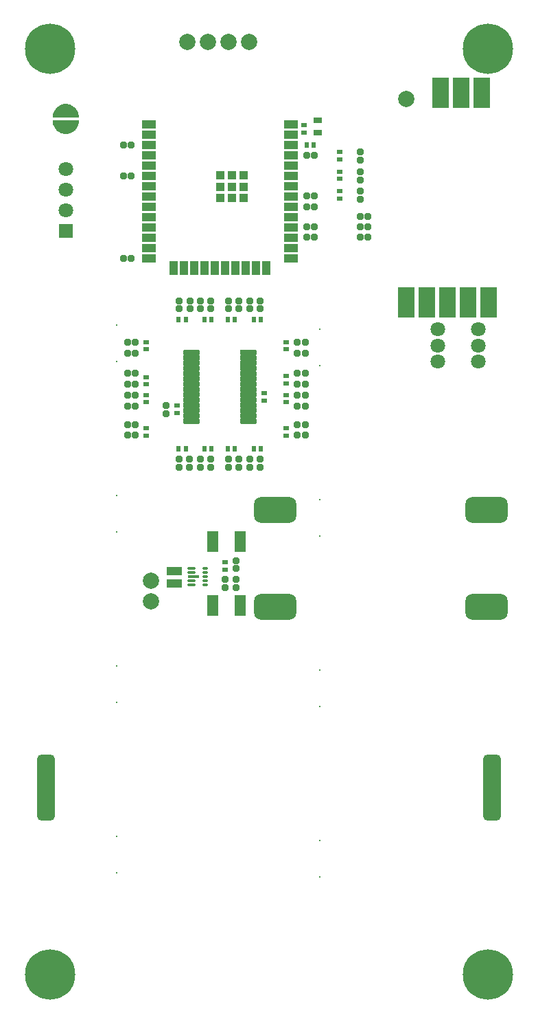
<source format=gbs>
G04*
G04 #@! TF.GenerationSoftware,Altium Limited,Altium Designer,23.4.1 (23)*
G04*
G04 Layer_Color=16711935*
%FSLAX44Y44*%
%MOMM*%
G71*
G04*
G04 #@! TF.SameCoordinates,ED8CA8E1-86DF-42A4-AF38-516AE62C0134*
G04*
G04*
G04 #@! TF.FilePolarity,Negative*
G04*
G01*
G75*
%ADD20R,1.8000X1.8000*%
%ADD21C,1.8000*%
%ADD22C,2.0000*%
%ADD23C,0.2000*%
G04:AMPARAMS|DCode=24|XSize=2.2mm|YSize=8.2mm|CornerRadius=0.6mm|HoleSize=0mm|Usage=FLASHONLY|Rotation=0.000|XOffset=0mm|YOffset=0mm|HoleType=Round|Shape=RoundedRectangle|*
%AMROUNDEDRECTD24*
21,1,2.2000,7.0000,0,0,0.0*
21,1,1.0000,8.2000,0,0,0.0*
1,1,1.2000,0.5000,-3.5000*
1,1,1.2000,-0.5000,-3.5000*
1,1,1.2000,-0.5000,3.5000*
1,1,1.2000,0.5000,3.5000*
%
%ADD24ROUNDEDRECTD24*%
%ADD25C,6.2000*%
%ADD49R,2.0000X3.7000*%
%ADD50R,1.0890X1.0890*%
%ADD51R,1.6986X1.0890*%
%ADD52R,1.0890X1.6986*%
G04:AMPARAMS|DCode=53|XSize=2.1mm|YSize=0.68mm|CornerRadius=0.16mm|HoleSize=0mm|Usage=FLASHONLY|Rotation=180.000|XOffset=0mm|YOffset=0mm|HoleType=Round|Shape=RoundedRectangle|*
%AMROUNDEDRECTD53*
21,1,2.1000,0.3600,0,0,180.0*
21,1,1.7800,0.6800,0,0,180.0*
1,1,0.3200,-0.8900,0.1800*
1,1,0.3200,0.8900,0.1800*
1,1,0.3200,0.8900,-0.1800*
1,1,0.3200,-0.8900,-0.1800*
%
%ADD53ROUNDEDRECTD53*%
G04:AMPARAMS|DCode=54|XSize=0.7mm|YSize=0.35mm|CornerRadius=0.1125mm|HoleSize=0mm|Usage=FLASHONLY|Rotation=180.000|XOffset=0mm|YOffset=0mm|HoleType=Round|Shape=RoundedRectangle|*
%AMROUNDEDRECTD54*
21,1,0.7000,0.1250,0,0,180.0*
21,1,0.4750,0.3500,0,0,180.0*
1,1,0.2250,-0.2375,0.0625*
1,1,0.2250,0.2375,0.0625*
1,1,0.2250,0.2375,-0.0625*
1,1,0.2250,-0.2375,-0.0625*
%
%ADD54ROUNDEDRECTD54*%
G04:AMPARAMS|DCode=55|XSize=1mm|YSize=0.35mm|CornerRadius=0.1125mm|HoleSize=0mm|Usage=FLASHONLY|Rotation=180.000|XOffset=0mm|YOffset=0mm|HoleType=Round|Shape=RoundedRectangle|*
%AMROUNDEDRECTD55*
21,1,1.0000,0.1250,0,0,180.0*
21,1,0.7750,0.3500,0,0,180.0*
1,1,0.2250,-0.3875,0.0625*
1,1,0.2250,0.3875,0.0625*
1,1,0.2250,0.3875,-0.0625*
1,1,0.2250,-0.3875,-0.0625*
%
%ADD55ROUNDEDRECTD55*%
G04:AMPARAMS|DCode=56|XSize=1.4mm|YSize=0.35mm|CornerRadius=0.1125mm|HoleSize=0mm|Usage=FLASHONLY|Rotation=180.000|XOffset=0mm|YOffset=0mm|HoleType=Round|Shape=RoundedRectangle|*
%AMROUNDEDRECTD56*
21,1,1.4000,0.1250,0,0,180.0*
21,1,1.1750,0.3500,0,0,180.0*
1,1,0.2250,-0.5875,0.0625*
1,1,0.2250,0.5875,0.0625*
1,1,0.2250,0.5875,-0.0625*
1,1,0.2250,-0.5875,-0.0625*
%
%ADD56ROUNDEDRECTD56*%
G04:AMPARAMS|DCode=57|XSize=5.2mm|YSize=3.2mm|CornerRadius=0.85mm|HoleSize=0mm|Usage=FLASHONLY|Rotation=180.000|XOffset=0mm|YOffset=0mm|HoleType=Round|Shape=RoundedRectangle|*
%AMROUNDEDRECTD57*
21,1,5.2000,1.5000,0,0,180.0*
21,1,3.5000,3.2000,0,0,180.0*
1,1,1.7000,-1.7500,0.7500*
1,1,1.7000,1.7500,0.7500*
1,1,1.7000,1.7500,-0.7500*
1,1,1.7000,-1.7500,-0.7500*
%
%ADD57ROUNDEDRECTD57*%
G04:AMPARAMS|DCode=58|XSize=0.835mm|YSize=0.81mm|CornerRadius=0.2525mm|HoleSize=0mm|Usage=FLASHONLY|Rotation=270.000|XOffset=0mm|YOffset=0mm|HoleType=Round|Shape=RoundedRectangle|*
%AMROUNDEDRECTD58*
21,1,0.8350,0.3050,0,0,270.0*
21,1,0.3300,0.8100,0,0,270.0*
1,1,0.5050,-0.1525,-0.1650*
1,1,0.5050,-0.1525,0.1650*
1,1,0.5050,0.1525,0.1650*
1,1,0.5050,0.1525,-0.1650*
%
%ADD58ROUNDEDRECTD58*%
G04:AMPARAMS|DCode=59|XSize=0.835mm|YSize=0.81mm|CornerRadius=0.2525mm|HoleSize=0mm|Usage=FLASHONLY|Rotation=180.000|XOffset=0mm|YOffset=0mm|HoleType=Round|Shape=RoundedRectangle|*
%AMROUNDEDRECTD59*
21,1,0.8350,0.3050,0,0,180.0*
21,1,0.3300,0.8100,0,0,180.0*
1,1,0.5050,-0.1650,0.1525*
1,1,0.5050,0.1650,0.1525*
1,1,0.5050,0.1650,-0.1525*
1,1,0.5050,-0.1650,-0.1525*
%
%ADD59ROUNDEDRECTD59*%
%ADD60R,1.9000X1.0000*%
%ADD61R,0.8000X0.6000*%
%ADD62R,0.6000X0.8000*%
%ADD63R,1.1000X0.7000*%
%ADD64R,1.4000X2.5000*%
G36*
X49786Y1102499D02*
X49835Y1102497D01*
X51302Y1102353D01*
X51350Y1102345D01*
X51399Y1102338D01*
X52845Y1102051D01*
X52892Y1102038D01*
X52940Y1102027D01*
X54350Y1101599D01*
X54396Y1101582D01*
X54443Y1101566D01*
X55805Y1101002D01*
X55849Y1100980D01*
X55893Y1100960D01*
X57193Y1100265D01*
X57235Y1100239D01*
X57278Y1100215D01*
X58503Y1099396D01*
X58542Y1099366D01*
X58582Y1099337D01*
X59721Y1098402D01*
X59757Y1098369D01*
X59794Y1098336D01*
X60836Y1097294D01*
X60869Y1097257D01*
X60902Y1097221D01*
X61837Y1096082D01*
X61866Y1096042D01*
X61896Y1096003D01*
X62715Y1094778D01*
X62739Y1094735D01*
X62765Y1094693D01*
X63460Y1093393D01*
X63480Y1093349D01*
X63502Y1093305D01*
X64066Y1091943D01*
X64082Y1091896D01*
X64099Y1091850D01*
X64527Y1090440D01*
X64538Y1090392D01*
X64551Y1090345D01*
X64838Y1088899D01*
X64845Y1088850D01*
X64853Y1088802D01*
X64997Y1087335D01*
X64999Y1087286D01*
X65002Y1087237D01*
Y1086500D01*
X64994Y1086369D01*
X64968Y1086241D01*
X64926Y1086116D01*
X64868Y1085999D01*
X64795Y1085890D01*
X64709Y1085791D01*
X64610Y1085705D01*
X64501Y1085632D01*
X64384Y1085574D01*
X64259Y1085532D01*
X64131Y1085506D01*
X64000Y1085498D01*
X34000Y1085498D01*
X33970Y1085500D01*
X33940Y1085500D01*
X33905Y1085504D01*
X33869Y1085507D01*
X33840Y1085512D01*
X33810Y1085516D01*
X33775Y1085525D01*
X33741Y1085532D01*
X33712Y1085542D01*
X33683Y1085549D01*
X33651Y1085563D01*
X33616Y1085574D01*
X33589Y1085588D01*
X33562Y1085599D01*
X33531Y1085616D01*
X33499Y1085632D01*
X33474Y1085649D01*
X33448Y1085664D01*
X33420Y1085685D01*
X33390Y1085705D01*
X33367Y1085725D01*
X33343Y1085743D01*
X33318Y1085768D01*
X33291Y1085791D01*
X33272Y1085814D01*
X33250Y1085835D01*
X33228Y1085863D01*
X33205Y1085890D01*
X33188Y1085915D01*
X33170Y1085939D01*
X33152Y1085969D01*
X33132Y1085999D01*
X33119Y1086026D01*
X33104Y1086052D01*
X33090Y1086085D01*
X33074Y1086116D01*
X33064Y1086145D01*
X33053Y1086173D01*
X33044Y1086207D01*
X33032Y1086241D01*
X33026Y1086270D01*
X33018Y1086299D01*
X33013Y1086335D01*
X33006Y1086369D01*
X33005Y1086399D01*
X33000Y1086429D01*
X33000Y1086465D01*
X32998Y1086500D01*
X32998Y1086501D01*
Y1087237D01*
X33001Y1087286D01*
X33003Y1087335D01*
X33147Y1088802D01*
X33155Y1088850D01*
X33162Y1088899D01*
X33449Y1090345D01*
X33462Y1090392D01*
X33473Y1090440D01*
X33901Y1091850D01*
X33918Y1091896D01*
X33934Y1091943D01*
X34498Y1093305D01*
X34520Y1093349D01*
X34540Y1093393D01*
X35235Y1094693D01*
X35261Y1094735D01*
X35285Y1094778D01*
X36104Y1096003D01*
X36134Y1096042D01*
X36163Y1096082D01*
X37098Y1097221D01*
X37131Y1097257D01*
X37164Y1097294D01*
X38206Y1098336D01*
X38243Y1098369D01*
X38279Y1098402D01*
X39418Y1099337D01*
X39458Y1099366D01*
X39497Y1099396D01*
X40722Y1100215D01*
X40765Y1100239D01*
X40807Y1100265D01*
X42107Y1100960D01*
X42151Y1100980D01*
X42196Y1101002D01*
X43557Y1101566D01*
X43604Y1101582D01*
X43650Y1101599D01*
X45060Y1102027D01*
X45108Y1102038D01*
X45155Y1102051D01*
X46601Y1102338D01*
X46650Y1102345D01*
X46698Y1102353D01*
X48165Y1102497D01*
X48214Y1102499D01*
X48263Y1102502D01*
X49000Y1102502D01*
D01*
X49000D01*
X49737D01*
X49786Y1102499D01*
D02*
G37*
G36*
X64000Y1082502D02*
X64030Y1082500D01*
X64060Y1082500D01*
X64095Y1082496D01*
X64131Y1082494D01*
X64160Y1082488D01*
X64190Y1082484D01*
X64225Y1082475D01*
X64259Y1082468D01*
X64288Y1082458D01*
X64317Y1082451D01*
X64349Y1082437D01*
X64383Y1082426D01*
X64411Y1082412D01*
X64438Y1082401D01*
X64469Y1082384D01*
X64501Y1082368D01*
X64526Y1082351D01*
X64552Y1082336D01*
X64580Y1082315D01*
X64610Y1082295D01*
X64633Y1082275D01*
X64657Y1082257D01*
X64682Y1082232D01*
X64709Y1082208D01*
X64728Y1082186D01*
X64750Y1082165D01*
X64771Y1082137D01*
X64795Y1082110D01*
X64812Y1082085D01*
X64830Y1082061D01*
X64848Y1082031D01*
X64868Y1082001D01*
X64881Y1081974D01*
X64896Y1081948D01*
X64910Y1081915D01*
X64926Y1081883D01*
X64936Y1081855D01*
X64947Y1081827D01*
X64956Y1081793D01*
X64968Y1081759D01*
X64974Y1081730D01*
X64982Y1081701D01*
X64987Y1081665D01*
X64994Y1081631D01*
X64995Y1081601D01*
X65000Y1081571D01*
X65000Y1081535D01*
X65002Y1081500D01*
X65002Y1081499D01*
Y1080763D01*
X64999Y1080714D01*
X64997Y1080665D01*
X64853Y1079198D01*
X64845Y1079149D01*
X64838Y1079101D01*
X64551Y1077655D01*
X64538Y1077608D01*
X64527Y1077560D01*
X64099Y1076150D01*
X64082Y1076104D01*
X64066Y1076057D01*
X63502Y1074695D01*
X63480Y1074651D01*
X63460Y1074606D01*
X62765Y1073307D01*
X62739Y1073265D01*
X62715Y1073222D01*
X61896Y1071997D01*
X61866Y1071958D01*
X61837Y1071918D01*
X60902Y1070779D01*
X60869Y1070743D01*
X60836Y1070706D01*
X59794Y1069664D01*
X59757Y1069631D01*
X59721Y1069598D01*
X58582Y1068663D01*
X58542Y1068634D01*
X58503Y1068604D01*
X57278Y1067785D01*
X57235Y1067761D01*
X57193Y1067735D01*
X55893Y1067040D01*
X55849Y1067020D01*
X55805Y1066998D01*
X54443Y1066434D01*
X54396Y1066418D01*
X54350Y1066401D01*
X52940Y1065973D01*
X52892Y1065962D01*
X52845Y1065949D01*
X51399Y1065662D01*
X51350Y1065655D01*
X51302Y1065647D01*
X49835Y1065503D01*
X49786Y1065501D01*
X49737Y1065498D01*
X49000Y1065498D01*
X49000D01*
D01*
X48263D01*
X48214Y1065501D01*
X48165Y1065503D01*
X46698Y1065647D01*
X46649Y1065655D01*
X46601Y1065662D01*
X45155Y1065949D01*
X45108Y1065962D01*
X45060Y1065973D01*
X43650Y1066401D01*
X43604Y1066418D01*
X43557Y1066434D01*
X42195Y1066998D01*
X42151Y1067020D01*
X42107Y1067040D01*
X40807Y1067735D01*
X40765Y1067761D01*
X40722Y1067785D01*
X39497Y1068604D01*
X39458Y1068634D01*
X39418Y1068663D01*
X38279Y1069598D01*
X38243Y1069631D01*
X38206Y1069664D01*
X37164Y1070706D01*
X37131Y1070743D01*
X37098Y1070779D01*
X36163Y1071918D01*
X36134Y1071958D01*
X36104Y1071997D01*
X35285Y1073222D01*
X35261Y1073265D01*
X35235Y1073307D01*
X34540Y1074606D01*
X34520Y1074651D01*
X34498Y1074695D01*
X33934Y1076057D01*
X33918Y1076104D01*
X33901Y1076150D01*
X33473Y1077560D01*
X33462Y1077608D01*
X33449Y1077655D01*
X33162Y1079101D01*
X33155Y1079150D01*
X33147Y1079198D01*
X33003Y1080665D01*
X33001Y1080714D01*
X32998Y1080763D01*
Y1081500D01*
X33006Y1081631D01*
X33032Y1081759D01*
X33074Y1081883D01*
X33132Y1082001D01*
X33205Y1082110D01*
X33291Y1082209D01*
X33390Y1082295D01*
X33499Y1082368D01*
X33616Y1082426D01*
X33741Y1082468D01*
X33869Y1082494D01*
X34000Y1082502D01*
X64000Y1082502D01*
D02*
G37*
G36*
X283500Y799140D02*
X283540D01*
X283570Y799130D01*
X283600Y799120D01*
X283630Y799110D01*
X283660Y799090D01*
X283700Y799080D01*
X283730Y799060D01*
X283750Y799050D01*
X283780Y799030D01*
X283810Y799010D01*
X283830Y798980D01*
X283860Y798960D01*
X283880Y798930D01*
X283910Y798910D01*
X283930Y798880D01*
X283950Y798850D01*
X283960Y798820D01*
X283980Y798800D01*
X283990Y798760D01*
X284010Y798730D01*
X284020Y798700D01*
X284030Y798670D01*
X284040Y798640D01*
Y798600D01*
X284050Y798570D01*
Y798530D01*
Y798500D01*
Y794000D01*
Y793970D01*
Y793930D01*
X284040Y793900D01*
Y793860D01*
X284030Y793830D01*
X284020Y793800D01*
X284010Y793770D01*
X283990Y793740D01*
X283980Y793700D01*
X283960Y793680D01*
X283950Y793650D01*
X283930Y793620D01*
X283910Y793590D01*
X283880Y793570D01*
X283860Y793540D01*
X283830Y793520D01*
X283810Y793490D01*
X283780Y793470D01*
X283750Y793450D01*
X283730Y793440D01*
X283700Y793420D01*
X283660Y793410D01*
X283630Y793390D01*
X283600Y793380D01*
X283570Y793370D01*
X283540Y793360D01*
X283500D01*
X283470Y793350D01*
X264630D01*
X264600Y793360D01*
X264560D01*
X264530Y793370D01*
X264500Y793380D01*
X264470Y793390D01*
X264440Y793410D01*
X264400Y793420D01*
X264370Y793440D01*
X264350Y793450D01*
X264320Y793470D01*
X264290Y793490D01*
X264270Y793520D01*
X264240Y793540D01*
X264220Y793570D01*
X264190Y793590D01*
X264170Y793620D01*
X264150Y793650D01*
X264140Y793680D01*
X264120Y793700D01*
X264110Y793740D01*
X264090Y793770D01*
X264080Y793800D01*
X264070Y793830D01*
X264060Y793860D01*
Y793900D01*
X264050Y793930D01*
Y793970D01*
Y794000D01*
Y798500D01*
Y798530D01*
Y798570D01*
X264060Y798600D01*
Y798640D01*
X264070Y798670D01*
X264080Y798700D01*
X264090Y798730D01*
X264110Y798760D01*
X264120Y798800D01*
X264140Y798820D01*
X264150Y798850D01*
X264170Y798880D01*
X264190Y798910D01*
X264220Y798930D01*
X264240Y798960D01*
X264270Y798980D01*
X264290Y799010D01*
X264320Y799030D01*
X264350Y799050D01*
X264370Y799060D01*
X264400Y799080D01*
X264440Y799090D01*
X264470Y799110D01*
X264500Y799120D01*
X264530Y799130D01*
X264560Y799140D01*
X264600D01*
X264630Y799150D01*
X283470D01*
X283500Y799140D01*
D02*
G37*
G36*
X213400D02*
X213440D01*
X213470Y799130D01*
X213500Y799120D01*
X213530Y799110D01*
X213560Y799090D01*
X213600Y799080D01*
X213630Y799060D01*
X213650Y799050D01*
X213680Y799030D01*
X213710Y799010D01*
X213730Y798980D01*
X213760Y798960D01*
X213780Y798930D01*
X213810Y798910D01*
X213830Y798880D01*
X213850Y798850D01*
X213860Y798820D01*
X213880Y798800D01*
X213890Y798760D01*
X213910Y798730D01*
X213920Y798700D01*
X213930Y798670D01*
X213940Y798640D01*
Y798600D01*
X213950Y798570D01*
Y798530D01*
Y798500D01*
Y794000D01*
Y793970D01*
Y793930D01*
X213940Y793900D01*
Y793860D01*
X213930Y793830D01*
X213920Y793800D01*
X213910Y793770D01*
X213890Y793740D01*
X213880Y793700D01*
X213860Y793670D01*
X213850Y793650D01*
X213830Y793620D01*
X213810Y793590D01*
X213780Y793570D01*
X213760Y793540D01*
X213730Y793520D01*
X213710Y793490D01*
X213680Y793470D01*
X213650Y793450D01*
X213630Y793440D01*
X213600Y793420D01*
X213560Y793410D01*
X213530Y793390D01*
X213500Y793380D01*
X213470Y793370D01*
X213440Y793360D01*
X213400D01*
X213370Y793350D01*
X194530D01*
X194500Y793360D01*
X194460D01*
X194430Y793370D01*
X194400Y793380D01*
X194370Y793390D01*
X194340Y793410D01*
X194300Y793420D01*
X194270Y793440D01*
X194250Y793450D01*
X194220Y793470D01*
X194190Y793490D01*
X194170Y793520D01*
X194140Y793540D01*
X194120Y793570D01*
X194090Y793590D01*
X194070Y793620D01*
X194050Y793650D01*
X194040Y793680D01*
X194020Y793700D01*
X194010Y793740D01*
X193990Y793770D01*
X193980Y793800D01*
X193970Y793830D01*
X193960Y793860D01*
Y793900D01*
X193950Y793930D01*
Y793970D01*
Y794000D01*
Y798500D01*
Y798530D01*
Y798570D01*
X193960Y798600D01*
Y798640D01*
X193970Y798670D01*
X193980Y798700D01*
X193990Y798730D01*
X194010Y798760D01*
X194020Y798800D01*
X194040Y798820D01*
X194050Y798850D01*
X194070Y798880D01*
X194090Y798910D01*
X194120Y798930D01*
X194140Y798960D01*
X194170Y798980D01*
X194190Y799010D01*
X194220Y799030D01*
X194250Y799050D01*
X194270Y799060D01*
X194300Y799080D01*
X194340Y799090D01*
X194370Y799110D01*
X194400Y799120D01*
X194430Y799130D01*
X194460Y799140D01*
X194500D01*
X194530Y799150D01*
X213370D01*
X213400Y799140D01*
D02*
G37*
G36*
X283500Y792640D02*
X283540D01*
X283570Y792630D01*
X283600Y792620D01*
X283630Y792610D01*
X283660Y792590D01*
X283700Y792580D01*
X283720Y792560D01*
X283750Y792550D01*
X283780Y792530D01*
X283810Y792510D01*
X283830Y792480D01*
X283860Y792460D01*
X283880Y792430D01*
X283910Y792410D01*
X283930Y792380D01*
X283950Y792350D01*
X283960Y792330D01*
X283980Y792300D01*
X283990Y792260D01*
X284010Y792230D01*
X284020Y792200D01*
X284030Y792170D01*
X284040Y792140D01*
Y792100D01*
X284050Y792070D01*
Y792030D01*
Y792000D01*
Y787500D01*
Y787470D01*
Y787430D01*
X284040Y787400D01*
Y787360D01*
X284030Y787330D01*
X284020Y787300D01*
X284010Y787270D01*
X283990Y787240D01*
X283980Y787200D01*
X283960Y787170D01*
X283950Y787150D01*
X283930Y787120D01*
X283910Y787090D01*
X283880Y787070D01*
X283860Y787040D01*
X283830Y787020D01*
X283810Y786990D01*
X283780Y786970D01*
X283750Y786950D01*
X283730Y786940D01*
X283700Y786920D01*
X283660Y786910D01*
X283630Y786890D01*
X283600Y786880D01*
X283570Y786870D01*
X283540Y786860D01*
X283500D01*
X283470Y786850D01*
X264630D01*
X264600Y786860D01*
X264560D01*
X264530Y786870D01*
X264500Y786880D01*
X264470Y786890D01*
X264440Y786910D01*
X264400Y786920D01*
X264370Y786940D01*
X264350Y786950D01*
X264320Y786970D01*
X264290Y786990D01*
X264270Y787020D01*
X264240Y787040D01*
X264220Y787070D01*
X264190Y787090D01*
X264170Y787120D01*
X264150Y787150D01*
X264140Y787170D01*
X264120Y787200D01*
X264110Y787240D01*
X264090Y787270D01*
X264080Y787300D01*
X264070Y787330D01*
X264060Y787360D01*
Y787400D01*
X264050Y787430D01*
Y787470D01*
Y787500D01*
Y792000D01*
Y792030D01*
Y792070D01*
X264060Y792100D01*
Y792140D01*
X264070Y792170D01*
X264080Y792200D01*
X264090Y792230D01*
X264110Y792260D01*
X264120Y792300D01*
X264140Y792330D01*
X264150Y792350D01*
X264170Y792380D01*
X264190Y792410D01*
X264220Y792430D01*
X264240Y792460D01*
X264270Y792480D01*
X264290Y792510D01*
X264320Y792530D01*
X264350Y792550D01*
X264370Y792560D01*
X264400Y792580D01*
X264440Y792590D01*
X264470Y792610D01*
X264500Y792620D01*
X264530Y792630D01*
X264560Y792640D01*
X264600D01*
X264630Y792650D01*
X283470D01*
X283500Y792640D01*
D02*
G37*
G36*
X213400D02*
X213440D01*
X213470Y792630D01*
X213500Y792620D01*
X213530Y792610D01*
X213560Y792590D01*
X213600Y792580D01*
X213630Y792560D01*
X213650Y792550D01*
X213680Y792530D01*
X213710Y792510D01*
X213730Y792480D01*
X213760Y792460D01*
X213780Y792430D01*
X213810Y792410D01*
X213830Y792380D01*
X213850Y792350D01*
X213860Y792330D01*
X213880Y792300D01*
X213890Y792260D01*
X213910Y792230D01*
X213920Y792200D01*
X213930Y792170D01*
X213940Y792140D01*
Y792100D01*
X213950Y792070D01*
Y792030D01*
Y792000D01*
Y787500D01*
Y787470D01*
Y787430D01*
X213940Y787400D01*
Y787360D01*
X213930Y787330D01*
X213920Y787300D01*
X213910Y787270D01*
X213890Y787240D01*
X213880Y787200D01*
X213860Y787170D01*
X213850Y787150D01*
X213830Y787120D01*
X213810Y787090D01*
X213780Y787070D01*
X213760Y787040D01*
X213730Y787020D01*
X213710Y786990D01*
X213680Y786970D01*
X213650Y786950D01*
X213630Y786940D01*
X213600Y786920D01*
X213560Y786910D01*
X213530Y786890D01*
X213500Y786880D01*
X213470Y786870D01*
X213440Y786860D01*
X213400D01*
X213370Y786850D01*
X194530D01*
X194500Y786860D01*
X194460D01*
X194430Y786870D01*
X194400Y786880D01*
X194370Y786890D01*
X194340Y786910D01*
X194300Y786920D01*
X194270Y786940D01*
X194250Y786950D01*
X194220Y786970D01*
X194190Y786990D01*
X194170Y787020D01*
X194140Y787040D01*
X194120Y787070D01*
X194090Y787090D01*
X194070Y787120D01*
X194050Y787150D01*
X194040Y787170D01*
X194020Y787200D01*
X194010Y787240D01*
X193990Y787270D01*
X193980Y787300D01*
X193970Y787330D01*
X193960Y787360D01*
Y787400D01*
X193950Y787430D01*
Y787470D01*
Y787500D01*
Y792000D01*
Y792030D01*
Y792070D01*
X193960Y792100D01*
Y792140D01*
X193970Y792170D01*
X193980Y792200D01*
X193990Y792230D01*
X194010Y792260D01*
X194020Y792300D01*
X194040Y792330D01*
X194050Y792350D01*
X194070Y792380D01*
X194090Y792410D01*
X194120Y792430D01*
X194140Y792460D01*
X194170Y792480D01*
X194190Y792510D01*
X194220Y792530D01*
X194250Y792550D01*
X194280Y792560D01*
X194300Y792580D01*
X194340Y792590D01*
X194370Y792610D01*
X194400Y792620D01*
X194430Y792630D01*
X194460Y792640D01*
X194500D01*
X194530Y792650D01*
X213370D01*
X213400Y792640D01*
D02*
G37*
G36*
X283500Y786140D02*
X283540D01*
X283570Y786130D01*
X283600Y786120D01*
X283630Y786110D01*
X283660Y786090D01*
X283700Y786080D01*
X283730Y786060D01*
X283750Y786050D01*
X283780Y786030D01*
X283810Y786010D01*
X283830Y785980D01*
X283860Y785960D01*
X283880Y785930D01*
X283910Y785910D01*
X283930Y785880D01*
X283950Y785850D01*
X283960Y785830D01*
X283980Y785800D01*
X283990Y785760D01*
X284010Y785730D01*
X284020Y785700D01*
X284030Y785670D01*
X284040Y785640D01*
Y785600D01*
X284050Y785570D01*
Y785530D01*
Y785500D01*
Y781000D01*
Y780970D01*
Y780930D01*
X284040Y780900D01*
Y780860D01*
X284030Y780830D01*
X284020Y780800D01*
X284010Y780770D01*
X283990Y780740D01*
X283980Y780700D01*
X283960Y780670D01*
X283950Y780650D01*
X283930Y780620D01*
X283910Y780590D01*
X283880Y780570D01*
X283860Y780540D01*
X283830Y780520D01*
X283810Y780490D01*
X283780Y780470D01*
X283750Y780450D01*
X283720Y780440D01*
X283700Y780420D01*
X283660Y780410D01*
X283630Y780390D01*
X283600Y780380D01*
X283570Y780370D01*
X283540Y780360D01*
X283500D01*
X283470Y780350D01*
X264630D01*
X264600Y780360D01*
X264560D01*
X264530Y780370D01*
X264500Y780380D01*
X264470Y780390D01*
X264440Y780410D01*
X264400Y780420D01*
X264370Y780440D01*
X264350Y780450D01*
X264320Y780470D01*
X264290Y780490D01*
X264270Y780520D01*
X264240Y780540D01*
X264220Y780570D01*
X264190Y780590D01*
X264170Y780620D01*
X264150Y780650D01*
X264140Y780670D01*
X264120Y780700D01*
X264110Y780740D01*
X264090Y780770D01*
X264080Y780800D01*
X264070Y780830D01*
X264060Y780860D01*
Y780900D01*
X264050Y780930D01*
Y780970D01*
Y781000D01*
Y785500D01*
Y785530D01*
Y785570D01*
X264060Y785600D01*
Y785640D01*
X264070Y785670D01*
X264080Y785700D01*
X264090Y785730D01*
X264110Y785760D01*
X264120Y785800D01*
X264140Y785830D01*
X264150Y785850D01*
X264170Y785880D01*
X264190Y785910D01*
X264220Y785930D01*
X264240Y785960D01*
X264270Y785980D01*
X264290Y786010D01*
X264320Y786030D01*
X264350Y786050D01*
X264370Y786060D01*
X264400Y786080D01*
X264440Y786090D01*
X264470Y786110D01*
X264500Y786120D01*
X264530Y786130D01*
X264560Y786140D01*
X264600D01*
X264630Y786150D01*
X283470D01*
X283500Y786140D01*
D02*
G37*
G36*
X213400D02*
X213440D01*
X213470Y786130D01*
X213500Y786120D01*
X213530Y786110D01*
X213560Y786090D01*
X213600Y786080D01*
X213630Y786060D01*
X213650Y786050D01*
X213680Y786030D01*
X213710Y786010D01*
X213730Y785980D01*
X213760Y785960D01*
X213780Y785930D01*
X213810Y785910D01*
X213830Y785880D01*
X213850Y785850D01*
X213860Y785830D01*
X213880Y785800D01*
X213890Y785760D01*
X213910Y785730D01*
X213920Y785700D01*
X213930Y785670D01*
X213940Y785640D01*
Y785600D01*
X213950Y785570D01*
Y785530D01*
Y785500D01*
Y781000D01*
Y780970D01*
Y780930D01*
X213940Y780900D01*
Y780860D01*
X213930Y780830D01*
X213920Y780800D01*
X213910Y780770D01*
X213890Y780740D01*
X213880Y780700D01*
X213860Y780670D01*
X213850Y780650D01*
X213830Y780620D01*
X213810Y780590D01*
X213780Y780570D01*
X213760Y780540D01*
X213730Y780520D01*
X213710Y780490D01*
X213680Y780470D01*
X213650Y780450D01*
X213630Y780440D01*
X213600Y780420D01*
X213560Y780410D01*
X213530Y780390D01*
X213500Y780380D01*
X213470Y780370D01*
X213440Y780360D01*
X213400D01*
X213370Y780350D01*
X194530D01*
X194500Y780360D01*
X194460D01*
X194430Y780370D01*
X194400Y780380D01*
X194370Y780390D01*
X194340Y780410D01*
X194300Y780420D01*
X194280Y780440D01*
X194250Y780450D01*
X194220Y780470D01*
X194190Y780490D01*
X194170Y780520D01*
X194140Y780540D01*
X194120Y780570D01*
X194090Y780590D01*
X194070Y780620D01*
X194050Y780650D01*
X194040Y780670D01*
X194020Y780700D01*
X194010Y780740D01*
X193990Y780770D01*
X193980Y780800D01*
X193970Y780830D01*
X193960Y780860D01*
Y780900D01*
X193950Y780930D01*
Y780970D01*
Y781000D01*
Y785500D01*
Y785530D01*
Y785570D01*
X193960Y785600D01*
Y785640D01*
X193970Y785670D01*
X193980Y785700D01*
X193990Y785730D01*
X194010Y785760D01*
X194020Y785800D01*
X194040Y785830D01*
X194050Y785850D01*
X194070Y785880D01*
X194090Y785910D01*
X194120Y785930D01*
X194140Y785960D01*
X194170Y785980D01*
X194190Y786010D01*
X194220Y786030D01*
X194250Y786050D01*
X194270Y786060D01*
X194300Y786080D01*
X194340Y786090D01*
X194370Y786110D01*
X194400Y786120D01*
X194430Y786130D01*
X194460Y786140D01*
X194500D01*
X194530Y786150D01*
X213370D01*
X213400Y786140D01*
D02*
G37*
G36*
X283500Y779640D02*
X283540D01*
X283570Y779630D01*
X283600Y779620D01*
X283630Y779610D01*
X283660Y779590D01*
X283700Y779580D01*
X283730Y779560D01*
X283750Y779550D01*
X283780Y779530D01*
X283810Y779510D01*
X283830Y779480D01*
X283860Y779460D01*
X283880Y779430D01*
X283910Y779410D01*
X283930Y779380D01*
X283950Y779350D01*
X283960Y779320D01*
X283980Y779300D01*
X283990Y779260D01*
X284010Y779230D01*
X284020Y779200D01*
X284030Y779170D01*
X284040Y779140D01*
Y779100D01*
X284050Y779070D01*
Y779030D01*
Y779000D01*
Y774500D01*
Y774470D01*
Y774430D01*
X284040Y774400D01*
Y774360D01*
X284030Y774330D01*
X284020Y774300D01*
X284010Y774270D01*
X283990Y774240D01*
X283980Y774200D01*
X283960Y774180D01*
X283950Y774150D01*
X283930Y774120D01*
X283910Y774090D01*
X283880Y774070D01*
X283860Y774040D01*
X283830Y774020D01*
X283810Y773990D01*
X283780Y773970D01*
X283750Y773950D01*
X283730Y773940D01*
X283700Y773920D01*
X283660Y773910D01*
X283630Y773890D01*
X283600Y773880D01*
X283570Y773870D01*
X283540Y773860D01*
X283500D01*
X283470Y773850D01*
X264630D01*
X264600Y773860D01*
X264560D01*
X264530Y773870D01*
X264500Y773880D01*
X264470Y773890D01*
X264440Y773910D01*
X264400Y773920D01*
X264370Y773940D01*
X264350Y773950D01*
X264320Y773970D01*
X264290Y773990D01*
X264270Y774020D01*
X264240Y774040D01*
X264220Y774070D01*
X264190Y774090D01*
X264170Y774120D01*
X264150Y774150D01*
X264140Y774180D01*
X264120Y774200D01*
X264110Y774240D01*
X264090Y774270D01*
X264080Y774300D01*
X264070Y774330D01*
X264060Y774360D01*
Y774400D01*
X264050Y774430D01*
Y774470D01*
Y774500D01*
Y779000D01*
Y779030D01*
Y779070D01*
X264060Y779100D01*
Y779140D01*
X264070Y779170D01*
X264080Y779200D01*
X264090Y779230D01*
X264110Y779260D01*
X264120Y779300D01*
X264140Y779320D01*
X264150Y779350D01*
X264170Y779380D01*
X264190Y779410D01*
X264220Y779430D01*
X264240Y779460D01*
X264270Y779480D01*
X264290Y779510D01*
X264320Y779530D01*
X264350Y779550D01*
X264370Y779560D01*
X264400Y779580D01*
X264440Y779590D01*
X264470Y779610D01*
X264500Y779620D01*
X264530Y779630D01*
X264560Y779640D01*
X264600D01*
X264630Y779650D01*
X283470D01*
X283500Y779640D01*
D02*
G37*
G36*
X213400D02*
X213440D01*
X213470Y779630D01*
X213500Y779620D01*
X213530Y779610D01*
X213560Y779590D01*
X213600Y779580D01*
X213630Y779560D01*
X213650Y779550D01*
X213680Y779530D01*
X213710Y779510D01*
X213730Y779480D01*
X213760Y779460D01*
X213780Y779430D01*
X213810Y779410D01*
X213830Y779380D01*
X213850Y779350D01*
X213860Y779320D01*
X213880Y779300D01*
X213890Y779260D01*
X213910Y779230D01*
X213920Y779200D01*
X213930Y779170D01*
X213940Y779140D01*
Y779100D01*
X213950Y779070D01*
Y779030D01*
Y779000D01*
Y774500D01*
Y774470D01*
Y774430D01*
X213940Y774400D01*
Y774360D01*
X213930Y774330D01*
X213920Y774300D01*
X213910Y774270D01*
X213890Y774240D01*
X213880Y774200D01*
X213860Y774180D01*
X213850Y774150D01*
X213830Y774120D01*
X213810Y774090D01*
X213780Y774070D01*
X213760Y774040D01*
X213730Y774020D01*
X213710Y773990D01*
X213680Y773970D01*
X213650Y773950D01*
X213630Y773940D01*
X213600Y773920D01*
X213560Y773910D01*
X213530Y773890D01*
X213500Y773880D01*
X213470Y773870D01*
X213440Y773860D01*
X213400D01*
X213370Y773850D01*
X194530D01*
X194500Y773860D01*
X194460D01*
X194430Y773870D01*
X194400Y773880D01*
X194370Y773890D01*
X194340Y773910D01*
X194300Y773920D01*
X194270Y773940D01*
X194250Y773950D01*
X194220Y773970D01*
X194190Y773990D01*
X194170Y774020D01*
X194140Y774040D01*
X194120Y774070D01*
X194090Y774090D01*
X194070Y774120D01*
X194050Y774150D01*
X194040Y774180D01*
X194020Y774200D01*
X194010Y774240D01*
X193990Y774270D01*
X193980Y774300D01*
X193970Y774330D01*
X193960Y774360D01*
Y774400D01*
X193950Y774430D01*
Y774470D01*
Y774500D01*
Y779000D01*
Y779030D01*
Y779070D01*
X193960Y779100D01*
Y779140D01*
X193970Y779170D01*
X193980Y779200D01*
X193990Y779230D01*
X194010Y779260D01*
X194020Y779300D01*
X194040Y779320D01*
X194050Y779350D01*
X194070Y779380D01*
X194090Y779410D01*
X194120Y779430D01*
X194140Y779460D01*
X194170Y779480D01*
X194190Y779510D01*
X194220Y779530D01*
X194250Y779550D01*
X194270Y779560D01*
X194300Y779580D01*
X194340Y779590D01*
X194370Y779610D01*
X194400Y779620D01*
X194430Y779630D01*
X194460Y779640D01*
X194500D01*
X194530Y779650D01*
X213370D01*
X213400Y779640D01*
D02*
G37*
G36*
X283500Y773140D02*
X283540D01*
X283570Y773130D01*
X283600Y773120D01*
X283630Y773110D01*
X283660Y773090D01*
X283700Y773080D01*
X283730Y773060D01*
X283750Y773050D01*
X283780Y773030D01*
X283810Y773010D01*
X283830Y772980D01*
X283860Y772960D01*
X283880Y772930D01*
X283910Y772910D01*
X283930Y772880D01*
X283950Y772850D01*
X283960Y772830D01*
X283980Y772800D01*
X283990Y772760D01*
X284010Y772730D01*
X284020Y772700D01*
X284030Y772670D01*
X284040Y772640D01*
Y772600D01*
X284050Y772570D01*
Y772530D01*
Y772500D01*
Y768000D01*
Y767970D01*
Y767930D01*
X284040Y767900D01*
Y767860D01*
X284030Y767830D01*
X284020Y767800D01*
X284010Y767770D01*
X283990Y767740D01*
X283980Y767700D01*
X283960Y767670D01*
X283950Y767650D01*
X283930Y767620D01*
X283910Y767590D01*
X283880Y767570D01*
X283860Y767540D01*
X283830Y767520D01*
X283810Y767490D01*
X283780Y767470D01*
X283750Y767450D01*
X283730Y767440D01*
X283700Y767420D01*
X283660Y767410D01*
X283630Y767390D01*
X283600Y767380D01*
X283570Y767370D01*
X283540Y767360D01*
X283500D01*
X283470Y767350D01*
X264630D01*
X264600Y767360D01*
X264560D01*
X264530Y767370D01*
X264500Y767380D01*
X264470Y767390D01*
X264440Y767410D01*
X264400Y767420D01*
X264370Y767440D01*
X264350Y767450D01*
X264320Y767470D01*
X264290Y767490D01*
X264270Y767520D01*
X264240Y767540D01*
X264220Y767570D01*
X264190Y767590D01*
X264170Y767620D01*
X264150Y767650D01*
X264140Y767670D01*
X264120Y767700D01*
X264110Y767740D01*
X264090Y767770D01*
X264080Y767800D01*
X264070Y767830D01*
X264060Y767860D01*
Y767900D01*
X264050Y767930D01*
Y767970D01*
Y768000D01*
Y772500D01*
Y772530D01*
Y772570D01*
X264060Y772600D01*
Y772640D01*
X264070Y772670D01*
X264080Y772700D01*
X264090Y772730D01*
X264110Y772760D01*
X264120Y772800D01*
X264140Y772830D01*
X264150Y772850D01*
X264170Y772880D01*
X264190Y772910D01*
X264220Y772930D01*
X264240Y772960D01*
X264270Y772980D01*
X264290Y773010D01*
X264320Y773030D01*
X264350Y773050D01*
X264370Y773060D01*
X264400Y773080D01*
X264440Y773090D01*
X264470Y773110D01*
X264500Y773120D01*
X264530Y773130D01*
X264560Y773140D01*
X264600D01*
X264630Y773150D01*
X283470D01*
X283500Y773140D01*
D02*
G37*
G36*
X213400D02*
X213440D01*
X213470Y773130D01*
X213500Y773120D01*
X213530Y773110D01*
X213560Y773090D01*
X213600Y773080D01*
X213630Y773060D01*
X213650Y773050D01*
X213680Y773030D01*
X213710Y773010D01*
X213730Y772980D01*
X213760Y772960D01*
X213780Y772930D01*
X213810Y772910D01*
X213830Y772880D01*
X213850Y772850D01*
X213860Y772830D01*
X213880Y772800D01*
X213890Y772760D01*
X213910Y772730D01*
X213920Y772700D01*
X213930Y772670D01*
X213940Y772640D01*
Y772600D01*
X213950Y772570D01*
Y772530D01*
Y772500D01*
Y768000D01*
Y767970D01*
Y767930D01*
X213940Y767900D01*
Y767860D01*
X213930Y767830D01*
X213920Y767800D01*
X213910Y767770D01*
X213890Y767740D01*
X213880Y767700D01*
X213860Y767670D01*
X213850Y767650D01*
X213830Y767620D01*
X213810Y767590D01*
X213780Y767570D01*
X213760Y767540D01*
X213730Y767520D01*
X213710Y767490D01*
X213680Y767470D01*
X213650Y767450D01*
X213630Y767440D01*
X213600Y767420D01*
X213560Y767410D01*
X213530Y767390D01*
X213500Y767380D01*
X213470Y767370D01*
X213440Y767360D01*
X213400D01*
X213370Y767350D01*
X194530D01*
X194500Y767360D01*
X194460D01*
X194430Y767370D01*
X194400Y767380D01*
X194370Y767390D01*
X194340Y767410D01*
X194300Y767420D01*
X194270Y767440D01*
X194250Y767450D01*
X194220Y767470D01*
X194190Y767490D01*
X194170Y767520D01*
X194140Y767540D01*
X194120Y767570D01*
X194090Y767590D01*
X194070Y767620D01*
X194050Y767650D01*
X194040Y767670D01*
X194020Y767700D01*
X194010Y767740D01*
X193990Y767770D01*
X193980Y767800D01*
X193970Y767830D01*
X193960Y767860D01*
Y767900D01*
X193950Y767930D01*
Y767970D01*
Y768000D01*
Y772500D01*
Y772530D01*
Y772570D01*
X193960Y772600D01*
Y772640D01*
X193970Y772670D01*
X193980Y772700D01*
X193990Y772730D01*
X194010Y772760D01*
X194020Y772800D01*
X194040Y772830D01*
X194050Y772850D01*
X194070Y772880D01*
X194090Y772910D01*
X194120Y772930D01*
X194140Y772960D01*
X194170Y772980D01*
X194190Y773010D01*
X194220Y773030D01*
X194250Y773050D01*
X194270Y773060D01*
X194300Y773080D01*
X194340Y773090D01*
X194370Y773110D01*
X194400Y773120D01*
X194430Y773130D01*
X194460Y773140D01*
X194500D01*
X194530Y773150D01*
X213370D01*
X213400Y773140D01*
D02*
G37*
G36*
X283500Y766640D02*
X283540D01*
X283570Y766630D01*
X283600Y766620D01*
X283630Y766610D01*
X283660Y766590D01*
X283700Y766580D01*
X283730Y766560D01*
X283750Y766550D01*
X283780Y766530D01*
X283810Y766510D01*
X283830Y766480D01*
X283860Y766460D01*
X283880Y766430D01*
X283910Y766410D01*
X283930Y766380D01*
X283950Y766350D01*
X283960Y766320D01*
X283980Y766300D01*
X283990Y766260D01*
X284010Y766230D01*
X284020Y766200D01*
X284030Y766170D01*
X284040Y766140D01*
Y766100D01*
X284050Y766070D01*
Y766030D01*
Y766000D01*
Y761500D01*
Y761470D01*
Y761430D01*
X284040Y761400D01*
Y761360D01*
X284030Y761330D01*
X284020Y761300D01*
X284010Y761270D01*
X283990Y761240D01*
X283980Y761200D01*
X283960Y761170D01*
X283950Y761150D01*
X283930Y761120D01*
X283910Y761090D01*
X283880Y761070D01*
X283860Y761040D01*
X283830Y761020D01*
X283810Y760990D01*
X283780Y760970D01*
X283750Y760950D01*
X283730Y760940D01*
X283700Y760920D01*
X283660Y760910D01*
X283630Y760890D01*
X283600Y760880D01*
X283570Y760870D01*
X283540Y760860D01*
X283500D01*
X283470Y760850D01*
X264630D01*
X264600Y760860D01*
X264560D01*
X264530Y760870D01*
X264500Y760880D01*
X264470Y760890D01*
X264440Y760910D01*
X264400Y760920D01*
X264370Y760940D01*
X264350Y760950D01*
X264320Y760970D01*
X264290Y760990D01*
X264270Y761020D01*
X264240Y761040D01*
X264220Y761070D01*
X264190Y761090D01*
X264170Y761120D01*
X264150Y761150D01*
X264140Y761180D01*
X264120Y761200D01*
X264110Y761240D01*
X264090Y761270D01*
X264080Y761300D01*
X264070Y761330D01*
X264060Y761360D01*
Y761400D01*
X264050Y761430D01*
Y761470D01*
Y761500D01*
Y766000D01*
Y766030D01*
Y766070D01*
X264060Y766100D01*
Y766140D01*
X264070Y766170D01*
X264080Y766200D01*
X264090Y766230D01*
X264110Y766260D01*
X264120Y766300D01*
X264140Y766320D01*
X264150Y766350D01*
X264170Y766380D01*
X264190Y766410D01*
X264220Y766430D01*
X264240Y766460D01*
X264270Y766480D01*
X264290Y766510D01*
X264320Y766530D01*
X264350Y766550D01*
X264370Y766560D01*
X264400Y766580D01*
X264440Y766590D01*
X264470Y766610D01*
X264500Y766620D01*
X264530Y766630D01*
X264560Y766640D01*
X264600D01*
X264630Y766650D01*
X283470D01*
X283500Y766640D01*
D02*
G37*
G36*
X213400D02*
X213440D01*
X213470Y766630D01*
X213500Y766620D01*
X213530Y766610D01*
X213560Y766590D01*
X213600Y766580D01*
X213630Y766560D01*
X213650Y766550D01*
X213680Y766530D01*
X213710Y766510D01*
X213730Y766480D01*
X213760Y766460D01*
X213780Y766430D01*
X213810Y766410D01*
X213830Y766380D01*
X213850Y766350D01*
X213860Y766320D01*
X213880Y766300D01*
X213890Y766260D01*
X213910Y766230D01*
X213920Y766200D01*
X213930Y766170D01*
X213940Y766140D01*
Y766100D01*
X213950Y766070D01*
Y766030D01*
Y766000D01*
Y761500D01*
Y761470D01*
Y761430D01*
X213940Y761400D01*
Y761360D01*
X213930Y761330D01*
X213920Y761300D01*
X213910Y761270D01*
X213890Y761240D01*
X213880Y761200D01*
X213860Y761180D01*
X213850Y761150D01*
X213830Y761120D01*
X213810Y761090D01*
X213780Y761070D01*
X213760Y761040D01*
X213730Y761020D01*
X213710Y760990D01*
X213680Y760970D01*
X213650Y760950D01*
X213630Y760940D01*
X213600Y760920D01*
X213560Y760910D01*
X213530Y760890D01*
X213500Y760880D01*
X213470Y760870D01*
X213440Y760860D01*
X213400D01*
X213370Y760850D01*
X194530D01*
X194500Y760860D01*
X194460D01*
X194430Y760870D01*
X194400Y760880D01*
X194370Y760890D01*
X194340Y760910D01*
X194300Y760920D01*
X194270Y760940D01*
X194250Y760950D01*
X194220Y760970D01*
X194190Y760990D01*
X194170Y761020D01*
X194140Y761040D01*
X194120Y761070D01*
X194090Y761090D01*
X194070Y761120D01*
X194050Y761150D01*
X194040Y761170D01*
X194020Y761200D01*
X194010Y761240D01*
X193990Y761270D01*
X193980Y761300D01*
X193970Y761330D01*
X193960Y761360D01*
Y761400D01*
X193950Y761430D01*
Y761470D01*
Y761500D01*
Y766000D01*
Y766030D01*
Y766070D01*
X193960Y766100D01*
Y766140D01*
X193970Y766170D01*
X193980Y766200D01*
X193990Y766230D01*
X194010Y766260D01*
X194020Y766300D01*
X194040Y766320D01*
X194050Y766350D01*
X194070Y766380D01*
X194090Y766410D01*
X194120Y766430D01*
X194140Y766460D01*
X194170Y766480D01*
X194190Y766510D01*
X194220Y766530D01*
X194250Y766550D01*
X194270Y766560D01*
X194300Y766580D01*
X194340Y766590D01*
X194370Y766610D01*
X194400Y766620D01*
X194430Y766630D01*
X194460Y766640D01*
X194500D01*
X194530Y766650D01*
X213370D01*
X213400Y766640D01*
D02*
G37*
G36*
X283500Y760140D02*
X283540D01*
X283570Y760130D01*
X283600Y760120D01*
X283630Y760110D01*
X283660Y760090D01*
X283700Y760080D01*
X283730Y760060D01*
X283750Y760050D01*
X283780Y760030D01*
X283810Y760010D01*
X283830Y759980D01*
X283860Y759960D01*
X283880Y759930D01*
X283910Y759910D01*
X283930Y759880D01*
X283950Y759850D01*
X283960Y759830D01*
X283980Y759800D01*
X283990Y759760D01*
X284010Y759730D01*
X284020Y759700D01*
X284030Y759670D01*
X284040Y759640D01*
Y759600D01*
X284050Y759570D01*
Y759530D01*
Y759500D01*
Y755000D01*
Y754970D01*
Y754930D01*
X284040Y754900D01*
Y754860D01*
X284030Y754830D01*
X284020Y754800D01*
X284010Y754770D01*
X283990Y754740D01*
X283980Y754700D01*
X283960Y754670D01*
X283950Y754650D01*
X283930Y754620D01*
X283910Y754590D01*
X283880Y754570D01*
X283860Y754540D01*
X283830Y754520D01*
X283810Y754490D01*
X283780Y754470D01*
X283750Y754450D01*
X283730Y754440D01*
X283700Y754420D01*
X283660Y754410D01*
X283630Y754390D01*
X283600Y754380D01*
X283570Y754370D01*
X283540Y754360D01*
X283500D01*
X283470Y754350D01*
X264630D01*
X264600Y754360D01*
X264560D01*
X264530Y754370D01*
X264500Y754380D01*
X264470Y754390D01*
X264440Y754410D01*
X264400Y754420D01*
X264370Y754440D01*
X264350Y754450D01*
X264320Y754470D01*
X264290Y754490D01*
X264270Y754520D01*
X264240Y754540D01*
X264220Y754570D01*
X264190Y754590D01*
X264170Y754620D01*
X264150Y754650D01*
X264140Y754680D01*
X264120Y754700D01*
X264110Y754740D01*
X264090Y754770D01*
X264080Y754800D01*
X264070Y754830D01*
X264060Y754860D01*
Y754900D01*
X264050Y754930D01*
Y754970D01*
Y755000D01*
Y759500D01*
Y759530D01*
Y759570D01*
X264060Y759600D01*
Y759640D01*
X264070Y759670D01*
X264080Y759700D01*
X264090Y759730D01*
X264110Y759760D01*
X264120Y759800D01*
X264140Y759830D01*
X264150Y759850D01*
X264170Y759880D01*
X264190Y759910D01*
X264220Y759930D01*
X264240Y759960D01*
X264270Y759980D01*
X264290Y760010D01*
X264320Y760030D01*
X264350Y760050D01*
X264370Y760060D01*
X264400Y760080D01*
X264440Y760090D01*
X264470Y760110D01*
X264500Y760120D01*
X264530Y760130D01*
X264560Y760140D01*
X264600D01*
X264630Y760150D01*
X283470D01*
X283500Y760140D01*
D02*
G37*
G36*
X213400D02*
X213440D01*
X213470Y760130D01*
X213500Y760120D01*
X213530Y760110D01*
X213560Y760090D01*
X213600Y760080D01*
X213630Y760060D01*
X213650Y760050D01*
X213680Y760030D01*
X213710Y760010D01*
X213730Y759980D01*
X213760Y759960D01*
X213780Y759930D01*
X213810Y759910D01*
X213830Y759880D01*
X213850Y759850D01*
X213860Y759830D01*
X213880Y759800D01*
X213890Y759760D01*
X213910Y759730D01*
X213920Y759700D01*
X213930Y759670D01*
X213940Y759640D01*
Y759600D01*
X213950Y759570D01*
Y759530D01*
Y759500D01*
Y755000D01*
Y754970D01*
Y754930D01*
X213940Y754900D01*
Y754860D01*
X213930Y754830D01*
X213920Y754800D01*
X213910Y754770D01*
X213890Y754740D01*
X213880Y754700D01*
X213860Y754670D01*
X213850Y754650D01*
X213830Y754620D01*
X213810Y754590D01*
X213780Y754570D01*
X213760Y754540D01*
X213730Y754520D01*
X213710Y754490D01*
X213680Y754470D01*
X213650Y754450D01*
X213630Y754440D01*
X213600Y754420D01*
X213560Y754410D01*
X213530Y754390D01*
X213500Y754380D01*
X213470Y754370D01*
X213440Y754360D01*
X213400D01*
X213370Y754350D01*
X194530D01*
X194500Y754360D01*
X194460D01*
X194430Y754370D01*
X194400Y754380D01*
X194370Y754390D01*
X194340Y754410D01*
X194300Y754420D01*
X194270Y754440D01*
X194250Y754450D01*
X194220Y754470D01*
X194190Y754490D01*
X194170Y754520D01*
X194140Y754540D01*
X194120Y754570D01*
X194090Y754590D01*
X194070Y754620D01*
X194050Y754650D01*
X194040Y754670D01*
X194020Y754700D01*
X194010Y754740D01*
X193990Y754770D01*
X193980Y754800D01*
X193970Y754830D01*
X193960Y754860D01*
Y754900D01*
X193950Y754930D01*
Y754970D01*
Y755000D01*
Y759500D01*
Y759530D01*
Y759570D01*
X193960Y759600D01*
Y759640D01*
X193970Y759670D01*
X193980Y759700D01*
X193990Y759730D01*
X194010Y759760D01*
X194020Y759800D01*
X194040Y759830D01*
X194050Y759850D01*
X194070Y759880D01*
X194090Y759910D01*
X194120Y759930D01*
X194140Y759960D01*
X194170Y759980D01*
X194190Y760010D01*
X194220Y760030D01*
X194250Y760050D01*
X194270Y760060D01*
X194300Y760080D01*
X194340Y760090D01*
X194370Y760110D01*
X194400Y760120D01*
X194430Y760130D01*
X194460Y760140D01*
X194500D01*
X194530Y760150D01*
X213370D01*
X213400Y760140D01*
D02*
G37*
G36*
X283500Y753640D02*
X283540D01*
X283570Y753630D01*
X283600Y753620D01*
X283630Y753610D01*
X283660Y753590D01*
X283700Y753580D01*
X283730Y753560D01*
X283750Y753550D01*
X283780Y753530D01*
X283810Y753510D01*
X283830Y753480D01*
X283860Y753460D01*
X283880Y753430D01*
X283910Y753410D01*
X283930Y753380D01*
X283950Y753350D01*
X283960Y753330D01*
X283980Y753300D01*
X283990Y753260D01*
X284010Y753230D01*
X284020Y753200D01*
X284030Y753170D01*
X284040Y753140D01*
Y753100D01*
X284050Y753070D01*
Y753030D01*
Y753000D01*
Y748500D01*
Y748470D01*
Y748430D01*
X284040Y748400D01*
Y748360D01*
X284030Y748330D01*
X284020Y748300D01*
X284010Y748270D01*
X283990Y748240D01*
X283980Y748200D01*
X283960Y748170D01*
X283950Y748150D01*
X283930Y748120D01*
X283910Y748090D01*
X283880Y748070D01*
X283860Y748040D01*
X283830Y748020D01*
X283810Y747990D01*
X283780Y747970D01*
X283750Y747950D01*
X283730Y747940D01*
X283700Y747920D01*
X283660Y747910D01*
X283630Y747890D01*
X283600Y747880D01*
X283570Y747870D01*
X283540Y747860D01*
X283500D01*
X283470Y747850D01*
X264630D01*
X264600Y747860D01*
X264560D01*
X264530Y747870D01*
X264500Y747880D01*
X264470Y747890D01*
X264440Y747910D01*
X264400Y747920D01*
X264370Y747940D01*
X264350Y747950D01*
X264320Y747970D01*
X264290Y747990D01*
X264270Y748020D01*
X264240Y748040D01*
X264220Y748070D01*
X264190Y748090D01*
X264170Y748120D01*
X264150Y748150D01*
X264140Y748170D01*
X264120Y748200D01*
X264110Y748240D01*
X264090Y748270D01*
X264080Y748300D01*
X264070Y748330D01*
X264060Y748360D01*
Y748400D01*
X264050Y748430D01*
Y748470D01*
Y748500D01*
Y753000D01*
Y753030D01*
Y753070D01*
X264060Y753100D01*
Y753140D01*
X264070Y753170D01*
X264080Y753200D01*
X264090Y753230D01*
X264110Y753260D01*
X264120Y753300D01*
X264140Y753320D01*
X264150Y753350D01*
X264170Y753380D01*
X264190Y753410D01*
X264220Y753430D01*
X264240Y753460D01*
X264270Y753480D01*
X264290Y753510D01*
X264320Y753530D01*
X264350Y753550D01*
X264370Y753560D01*
X264400Y753580D01*
X264440Y753590D01*
X264470Y753610D01*
X264500Y753620D01*
X264530Y753630D01*
X264560Y753640D01*
X264600D01*
X264630Y753650D01*
X283470D01*
X283500Y753640D01*
D02*
G37*
G36*
X213400D02*
X213440D01*
X213470Y753630D01*
X213500Y753620D01*
X213530Y753610D01*
X213560Y753590D01*
X213600Y753580D01*
X213630Y753560D01*
X213650Y753550D01*
X213680Y753530D01*
X213710Y753510D01*
X213730Y753480D01*
X213760Y753460D01*
X213780Y753430D01*
X213810Y753410D01*
X213830Y753380D01*
X213850Y753350D01*
X213860Y753320D01*
X213880Y753300D01*
X213890Y753260D01*
X213910Y753230D01*
X213920Y753200D01*
X213930Y753170D01*
X213940Y753140D01*
Y753100D01*
X213950Y753070D01*
Y753030D01*
Y753000D01*
Y748500D01*
Y748470D01*
Y748430D01*
X213940Y748400D01*
Y748360D01*
X213930Y748330D01*
X213920Y748300D01*
X213910Y748270D01*
X213890Y748240D01*
X213880Y748200D01*
X213860Y748170D01*
X213850Y748150D01*
X213830Y748120D01*
X213810Y748090D01*
X213780Y748070D01*
X213760Y748040D01*
X213730Y748020D01*
X213710Y747990D01*
X213680Y747970D01*
X213650Y747950D01*
X213630Y747940D01*
X213600Y747920D01*
X213560Y747910D01*
X213530Y747890D01*
X213500Y747880D01*
X213470Y747870D01*
X213440Y747860D01*
X213400D01*
X213370Y747850D01*
X194530D01*
X194500Y747860D01*
X194460D01*
X194430Y747870D01*
X194400Y747880D01*
X194370Y747890D01*
X194340Y747910D01*
X194300Y747920D01*
X194270Y747940D01*
X194250Y747950D01*
X194220Y747970D01*
X194190Y747990D01*
X194170Y748020D01*
X194140Y748040D01*
X194120Y748070D01*
X194090Y748090D01*
X194070Y748120D01*
X194050Y748150D01*
X194040Y748170D01*
X194020Y748200D01*
X194010Y748240D01*
X193990Y748270D01*
X193980Y748300D01*
X193970Y748330D01*
X193960Y748360D01*
Y748400D01*
X193950Y748430D01*
Y748470D01*
Y748500D01*
Y753000D01*
Y753030D01*
Y753070D01*
X193960Y753100D01*
Y753140D01*
X193970Y753170D01*
X193980Y753200D01*
X193990Y753230D01*
X194010Y753260D01*
X194020Y753300D01*
X194040Y753330D01*
X194050Y753350D01*
X194070Y753380D01*
X194090Y753410D01*
X194120Y753430D01*
X194140Y753460D01*
X194170Y753480D01*
X194190Y753510D01*
X194220Y753530D01*
X194250Y753550D01*
X194270Y753560D01*
X194300Y753580D01*
X194340Y753590D01*
X194370Y753610D01*
X194400Y753620D01*
X194430Y753630D01*
X194460Y753640D01*
X194500D01*
X194530Y753650D01*
X213370D01*
X213400Y753640D01*
D02*
G37*
G36*
X283500Y747140D02*
X283540D01*
X283570Y747130D01*
X283600Y747120D01*
X283630Y747110D01*
X283660Y747090D01*
X283700Y747080D01*
X283730Y747060D01*
X283750Y747050D01*
X283780Y747030D01*
X283810Y747010D01*
X283830Y746980D01*
X283860Y746960D01*
X283880Y746930D01*
X283910Y746910D01*
X283930Y746880D01*
X283950Y746850D01*
X283960Y746830D01*
X283980Y746800D01*
X283990Y746760D01*
X284010Y746730D01*
X284020Y746700D01*
X284030Y746670D01*
X284040Y746640D01*
Y746600D01*
X284050Y746570D01*
Y746530D01*
Y746500D01*
Y742000D01*
Y741970D01*
Y741930D01*
X284040Y741900D01*
Y741860D01*
X284030Y741830D01*
X284020Y741800D01*
X284010Y741770D01*
X283990Y741740D01*
X283980Y741700D01*
X283960Y741670D01*
X283950Y741650D01*
X283930Y741620D01*
X283910Y741590D01*
X283880Y741570D01*
X283860Y741540D01*
X283830Y741520D01*
X283810Y741490D01*
X283780Y741470D01*
X283750Y741450D01*
X283730Y741440D01*
X283700Y741420D01*
X283660Y741410D01*
X283630Y741390D01*
X283600Y741380D01*
X283570Y741370D01*
X283540Y741360D01*
X283500D01*
X283470Y741350D01*
X264630D01*
X264600Y741360D01*
X264560D01*
X264530Y741370D01*
X264500Y741380D01*
X264470Y741390D01*
X264440Y741410D01*
X264400Y741420D01*
X264370Y741440D01*
X264350Y741450D01*
X264320Y741470D01*
X264290Y741490D01*
X264270Y741520D01*
X264240Y741540D01*
X264220Y741570D01*
X264190Y741590D01*
X264170Y741620D01*
X264150Y741650D01*
X264140Y741680D01*
X264120Y741700D01*
X264110Y741740D01*
X264090Y741770D01*
X264080Y741800D01*
X264070Y741830D01*
X264060Y741860D01*
Y741900D01*
X264050Y741930D01*
Y741970D01*
Y742000D01*
Y746500D01*
Y746530D01*
Y746570D01*
X264060Y746600D01*
Y746640D01*
X264070Y746670D01*
X264080Y746700D01*
X264090Y746730D01*
X264110Y746760D01*
X264120Y746800D01*
X264140Y746820D01*
X264150Y746850D01*
X264170Y746880D01*
X264190Y746910D01*
X264220Y746930D01*
X264240Y746960D01*
X264270Y746980D01*
X264290Y747010D01*
X264320Y747030D01*
X264350Y747050D01*
X264370Y747060D01*
X264400Y747080D01*
X264440Y747090D01*
X264470Y747110D01*
X264500Y747120D01*
X264530Y747130D01*
X264560Y747140D01*
X264600D01*
X264630Y747150D01*
X283470D01*
X283500Y747140D01*
D02*
G37*
G36*
X213400D02*
X213440D01*
X213470Y747130D01*
X213500Y747120D01*
X213530Y747110D01*
X213560Y747090D01*
X213600Y747080D01*
X213630Y747060D01*
X213650Y747050D01*
X213680Y747030D01*
X213710Y747010D01*
X213730Y746980D01*
X213760Y746960D01*
X213780Y746930D01*
X213810Y746910D01*
X213830Y746880D01*
X213850Y746850D01*
X213860Y746820D01*
X213880Y746800D01*
X213890Y746760D01*
X213910Y746730D01*
X213920Y746700D01*
X213930Y746670D01*
X213940Y746640D01*
Y746600D01*
X213950Y746570D01*
Y746530D01*
Y746500D01*
Y742000D01*
Y741970D01*
Y741930D01*
X213940Y741900D01*
Y741860D01*
X213930Y741830D01*
X213920Y741800D01*
X213910Y741770D01*
X213890Y741740D01*
X213880Y741700D01*
X213860Y741680D01*
X213850Y741650D01*
X213830Y741620D01*
X213810Y741590D01*
X213780Y741570D01*
X213760Y741540D01*
X213730Y741520D01*
X213710Y741490D01*
X213680Y741470D01*
X213650Y741450D01*
X213630Y741440D01*
X213600Y741420D01*
X213560Y741410D01*
X213530Y741390D01*
X213500Y741380D01*
X213470Y741370D01*
X213440Y741360D01*
X213400D01*
X213370Y741350D01*
X194530D01*
X194500Y741360D01*
X194460D01*
X194430Y741370D01*
X194400Y741380D01*
X194370Y741390D01*
X194340Y741410D01*
X194300Y741420D01*
X194270Y741440D01*
X194250Y741450D01*
X194220Y741470D01*
X194190Y741490D01*
X194170Y741520D01*
X194140Y741540D01*
X194120Y741570D01*
X194090Y741590D01*
X194070Y741620D01*
X194050Y741650D01*
X194040Y741680D01*
X194020Y741700D01*
X194010Y741740D01*
X193990Y741770D01*
X193980Y741800D01*
X193970Y741830D01*
X193960Y741860D01*
Y741900D01*
X193950Y741930D01*
Y741970D01*
Y742000D01*
Y746500D01*
Y746530D01*
Y746570D01*
X193960Y746600D01*
Y746640D01*
X193970Y746670D01*
X193980Y746700D01*
X193990Y746730D01*
X194010Y746760D01*
X194020Y746800D01*
X194040Y746830D01*
X194050Y746850D01*
X194070Y746880D01*
X194090Y746910D01*
X194120Y746930D01*
X194140Y746960D01*
X194170Y746980D01*
X194190Y747010D01*
X194220Y747030D01*
X194250Y747050D01*
X194270Y747060D01*
X194300Y747080D01*
X194340Y747090D01*
X194370Y747110D01*
X194400Y747120D01*
X194430Y747130D01*
X194460Y747140D01*
X194500D01*
X194530Y747150D01*
X213370D01*
X213400Y747140D01*
D02*
G37*
G36*
X283500Y740640D02*
X283540D01*
X283570Y740630D01*
X283600Y740620D01*
X283630Y740610D01*
X283660Y740590D01*
X283700Y740580D01*
X283730Y740560D01*
X283750Y740550D01*
X283780Y740530D01*
X283810Y740510D01*
X283830Y740480D01*
X283860Y740460D01*
X283880Y740430D01*
X283910Y740410D01*
X283930Y740380D01*
X283950Y740350D01*
X283960Y740330D01*
X283980Y740300D01*
X283990Y740260D01*
X284010Y740230D01*
X284020Y740200D01*
X284030Y740170D01*
X284040Y740140D01*
Y740100D01*
X284050Y740070D01*
Y740030D01*
Y740000D01*
Y735500D01*
Y735470D01*
Y735430D01*
X284040Y735400D01*
Y735360D01*
X284030Y735330D01*
X284020Y735300D01*
X284010Y735270D01*
X283990Y735240D01*
X283980Y735200D01*
X283960Y735170D01*
X283950Y735150D01*
X283930Y735120D01*
X283910Y735090D01*
X283880Y735070D01*
X283860Y735040D01*
X283830Y735020D01*
X283810Y734990D01*
X283780Y734970D01*
X283750Y734950D01*
X283730Y734940D01*
X283700Y734920D01*
X283660Y734910D01*
X283630Y734890D01*
X283600Y734880D01*
X283570Y734870D01*
X283540Y734860D01*
X283500D01*
X283470Y734850D01*
X264630D01*
X264600Y734860D01*
X264560D01*
X264530Y734870D01*
X264500Y734880D01*
X264470Y734890D01*
X264440Y734910D01*
X264400Y734920D01*
X264370Y734940D01*
X264350Y734950D01*
X264320Y734970D01*
X264290Y734990D01*
X264270Y735020D01*
X264240Y735040D01*
X264220Y735070D01*
X264190Y735090D01*
X264170Y735120D01*
X264150Y735150D01*
X264140Y735170D01*
X264120Y735200D01*
X264110Y735240D01*
X264090Y735270D01*
X264080Y735300D01*
X264070Y735330D01*
X264060Y735360D01*
Y735400D01*
X264050Y735430D01*
Y735470D01*
Y735500D01*
Y740000D01*
Y740030D01*
Y740070D01*
X264060Y740100D01*
Y740140D01*
X264070Y740170D01*
X264080Y740200D01*
X264090Y740230D01*
X264110Y740260D01*
X264120Y740300D01*
X264140Y740330D01*
X264150Y740350D01*
X264170Y740380D01*
X264190Y740410D01*
X264220Y740430D01*
X264240Y740460D01*
X264270Y740480D01*
X264290Y740510D01*
X264320Y740530D01*
X264350Y740550D01*
X264370Y740560D01*
X264400Y740580D01*
X264440Y740590D01*
X264470Y740610D01*
X264500Y740620D01*
X264530Y740630D01*
X264560Y740640D01*
X264600D01*
X264630Y740650D01*
X283470D01*
X283500Y740640D01*
D02*
G37*
G36*
X213400D02*
X213440D01*
X213470Y740630D01*
X213500Y740620D01*
X213530Y740610D01*
X213560Y740590D01*
X213600Y740580D01*
X213630Y740560D01*
X213650Y740550D01*
X213680Y740530D01*
X213710Y740510D01*
X213730Y740480D01*
X213760Y740460D01*
X213780Y740430D01*
X213810Y740410D01*
X213830Y740380D01*
X213850Y740350D01*
X213860Y740330D01*
X213880Y740300D01*
X213890Y740260D01*
X213910Y740230D01*
X213920Y740200D01*
X213930Y740170D01*
X213940Y740140D01*
Y740100D01*
X213950Y740070D01*
Y740030D01*
Y740000D01*
Y735500D01*
Y735470D01*
Y735430D01*
X213940Y735400D01*
Y735360D01*
X213930Y735330D01*
X213920Y735300D01*
X213910Y735270D01*
X213890Y735240D01*
X213880Y735200D01*
X213860Y735170D01*
X213850Y735150D01*
X213830Y735120D01*
X213810Y735090D01*
X213780Y735070D01*
X213760Y735040D01*
X213730Y735020D01*
X213710Y734990D01*
X213680Y734970D01*
X213650Y734950D01*
X213630Y734940D01*
X213600Y734920D01*
X213560Y734910D01*
X213530Y734890D01*
X213500Y734880D01*
X213470Y734870D01*
X213440Y734860D01*
X213400D01*
X213370Y734850D01*
X194530D01*
X194500Y734860D01*
X194460D01*
X194430Y734870D01*
X194400Y734880D01*
X194370Y734890D01*
X194340Y734910D01*
X194300Y734920D01*
X194270Y734940D01*
X194250Y734950D01*
X194220Y734970D01*
X194190Y734990D01*
X194170Y735020D01*
X194140Y735040D01*
X194120Y735070D01*
X194090Y735090D01*
X194070Y735120D01*
X194050Y735150D01*
X194040Y735170D01*
X194020Y735200D01*
X194010Y735240D01*
X193990Y735270D01*
X193980Y735300D01*
X193970Y735330D01*
X193960Y735360D01*
Y735400D01*
X193950Y735430D01*
Y735470D01*
Y735500D01*
Y740000D01*
Y740030D01*
Y740070D01*
X193960Y740100D01*
Y740140D01*
X193970Y740170D01*
X193980Y740200D01*
X193990Y740230D01*
X194010Y740260D01*
X194020Y740300D01*
X194040Y740330D01*
X194050Y740350D01*
X194070Y740380D01*
X194090Y740410D01*
X194120Y740430D01*
X194140Y740460D01*
X194170Y740480D01*
X194190Y740510D01*
X194220Y740530D01*
X194250Y740550D01*
X194270Y740560D01*
X194300Y740580D01*
X194340Y740590D01*
X194370Y740610D01*
X194400Y740620D01*
X194430Y740630D01*
X194460Y740640D01*
X194500D01*
X194530Y740650D01*
X213370D01*
X213400Y740640D01*
D02*
G37*
G36*
X283500Y734140D02*
X283540D01*
X283570Y734130D01*
X283600Y734120D01*
X283630Y734110D01*
X283660Y734090D01*
X283700Y734080D01*
X283730Y734060D01*
X283750Y734050D01*
X283780Y734030D01*
X283810Y734010D01*
X283830Y733980D01*
X283860Y733960D01*
X283880Y733930D01*
X283910Y733910D01*
X283930Y733880D01*
X283950Y733850D01*
X283960Y733820D01*
X283980Y733800D01*
X283990Y733760D01*
X284010Y733730D01*
X284020Y733700D01*
X284030Y733670D01*
X284040Y733640D01*
Y733600D01*
X284050Y733570D01*
Y733530D01*
Y733500D01*
Y729000D01*
Y728970D01*
Y728930D01*
X284040Y728900D01*
Y728860D01*
X284030Y728830D01*
X284020Y728800D01*
X284010Y728770D01*
X283990Y728740D01*
X283980Y728700D01*
X283960Y728680D01*
X283950Y728650D01*
X283930Y728620D01*
X283910Y728590D01*
X283880Y728570D01*
X283860Y728540D01*
X283830Y728520D01*
X283810Y728490D01*
X283780Y728470D01*
X283750Y728450D01*
X283730Y728440D01*
X283700Y728420D01*
X283660Y728410D01*
X283630Y728390D01*
X283600Y728380D01*
X283570Y728370D01*
X283540Y728360D01*
X283500D01*
X283470Y728350D01*
X264630D01*
X264600Y728360D01*
X264560D01*
X264530Y728370D01*
X264500Y728380D01*
X264470Y728390D01*
X264440Y728410D01*
X264400Y728420D01*
X264370Y728440D01*
X264350Y728450D01*
X264320Y728470D01*
X264290Y728490D01*
X264270Y728520D01*
X264240Y728540D01*
X264220Y728570D01*
X264190Y728590D01*
X264170Y728620D01*
X264150Y728650D01*
X264140Y728680D01*
X264120Y728700D01*
X264110Y728740D01*
X264090Y728770D01*
X264080Y728800D01*
X264070Y728830D01*
X264060Y728860D01*
Y728900D01*
X264050Y728930D01*
Y728970D01*
Y729000D01*
Y733500D01*
Y733530D01*
Y733570D01*
X264060Y733600D01*
Y733640D01*
X264070Y733670D01*
X264080Y733700D01*
X264090Y733730D01*
X264110Y733760D01*
X264120Y733800D01*
X264140Y733820D01*
X264150Y733850D01*
X264170Y733880D01*
X264190Y733910D01*
X264220Y733930D01*
X264240Y733960D01*
X264270Y733980D01*
X264290Y734010D01*
X264320Y734030D01*
X264350Y734050D01*
X264370Y734060D01*
X264400Y734080D01*
X264440Y734090D01*
X264470Y734110D01*
X264500Y734120D01*
X264530Y734130D01*
X264560Y734140D01*
X264600D01*
X264630Y734150D01*
X283470D01*
X283500Y734140D01*
D02*
G37*
G36*
X213400D02*
X213440D01*
X213470Y734130D01*
X213500Y734120D01*
X213530Y734110D01*
X213560Y734090D01*
X213600Y734080D01*
X213630Y734060D01*
X213650Y734050D01*
X213680Y734030D01*
X213710Y734010D01*
X213730Y733980D01*
X213760Y733960D01*
X213780Y733930D01*
X213810Y733910D01*
X213830Y733880D01*
X213850Y733850D01*
X213860Y733820D01*
X213880Y733800D01*
X213890Y733760D01*
X213910Y733730D01*
X213920Y733700D01*
X213930Y733670D01*
X213940Y733640D01*
Y733600D01*
X213950Y733570D01*
Y733530D01*
Y733500D01*
Y729000D01*
Y728970D01*
Y728930D01*
X213940Y728900D01*
Y728860D01*
X213930Y728830D01*
X213920Y728800D01*
X213910Y728770D01*
X213890Y728740D01*
X213880Y728700D01*
X213860Y728670D01*
X213850Y728650D01*
X213830Y728620D01*
X213810Y728590D01*
X213780Y728570D01*
X213760Y728540D01*
X213730Y728520D01*
X213710Y728490D01*
X213680Y728470D01*
X213650Y728450D01*
X213630Y728440D01*
X213600Y728420D01*
X213560Y728410D01*
X213530Y728390D01*
X213500Y728380D01*
X213470Y728370D01*
X213440Y728360D01*
X213400D01*
X213370Y728350D01*
X194530D01*
X194500Y728360D01*
X194460D01*
X194430Y728370D01*
X194400Y728380D01*
X194370Y728390D01*
X194340Y728410D01*
X194300Y728420D01*
X194270Y728440D01*
X194250Y728450D01*
X194220Y728470D01*
X194190Y728490D01*
X194170Y728520D01*
X194140Y728540D01*
X194120Y728570D01*
X194090Y728590D01*
X194070Y728620D01*
X194050Y728650D01*
X194040Y728680D01*
X194020Y728700D01*
X194010Y728740D01*
X193990Y728770D01*
X193980Y728800D01*
X193970Y728830D01*
X193960Y728860D01*
Y728900D01*
X193950Y728930D01*
Y728970D01*
Y729000D01*
Y733500D01*
Y733530D01*
Y733570D01*
X193960Y733600D01*
Y733640D01*
X193970Y733670D01*
X193980Y733700D01*
X193990Y733730D01*
X194010Y733760D01*
X194020Y733800D01*
X194040Y733820D01*
X194050Y733850D01*
X194070Y733880D01*
X194090Y733910D01*
X194120Y733930D01*
X194140Y733960D01*
X194170Y733980D01*
X194190Y734010D01*
X194220Y734030D01*
X194250Y734050D01*
X194270Y734060D01*
X194300Y734080D01*
X194340Y734090D01*
X194370Y734110D01*
X194400Y734120D01*
X194430Y734130D01*
X194460Y734140D01*
X194500D01*
X194530Y734150D01*
X213370D01*
X213400Y734140D01*
D02*
G37*
G36*
X283500Y727640D02*
X283540D01*
X283570Y727630D01*
X283600Y727620D01*
X283630Y727610D01*
X283660Y727590D01*
X283700Y727580D01*
X283720Y727560D01*
X283750Y727550D01*
X283780Y727530D01*
X283810Y727510D01*
X283830Y727480D01*
X283860Y727460D01*
X283880Y727430D01*
X283910Y727410D01*
X283930Y727380D01*
X283950Y727350D01*
X283960Y727330D01*
X283980Y727300D01*
X283990Y727260D01*
X284010Y727230D01*
X284020Y727200D01*
X284030Y727170D01*
X284040Y727140D01*
Y727100D01*
X284050Y727070D01*
Y727030D01*
Y727000D01*
Y722500D01*
Y722470D01*
Y722430D01*
X284040Y722400D01*
Y722360D01*
X284030Y722330D01*
X284020Y722300D01*
X284010Y722270D01*
X283990Y722240D01*
X283980Y722200D01*
X283960Y722170D01*
X283950Y722150D01*
X283930Y722120D01*
X283910Y722090D01*
X283880Y722070D01*
X283860Y722040D01*
X283830Y722020D01*
X283810Y721990D01*
X283780Y721970D01*
X283750Y721950D01*
X283730Y721940D01*
X283700Y721920D01*
X283660Y721910D01*
X283630Y721890D01*
X283600Y721880D01*
X283570Y721870D01*
X283540Y721860D01*
X283500D01*
X283470Y721850D01*
X264630D01*
X264600Y721860D01*
X264560D01*
X264530Y721870D01*
X264500Y721880D01*
X264470Y721890D01*
X264440Y721910D01*
X264400Y721920D01*
X264370Y721940D01*
X264350Y721950D01*
X264320Y721970D01*
X264290Y721990D01*
X264270Y722020D01*
X264240Y722040D01*
X264220Y722070D01*
X264190Y722090D01*
X264170Y722120D01*
X264150Y722150D01*
X264140Y722170D01*
X264120Y722200D01*
X264110Y722240D01*
X264090Y722270D01*
X264080Y722300D01*
X264070Y722330D01*
X264060Y722360D01*
Y722400D01*
X264050Y722430D01*
Y722470D01*
Y722500D01*
Y727000D01*
Y727030D01*
Y727070D01*
X264060Y727100D01*
Y727140D01*
X264070Y727170D01*
X264080Y727200D01*
X264090Y727230D01*
X264110Y727260D01*
X264120Y727300D01*
X264140Y727330D01*
X264150Y727350D01*
X264170Y727380D01*
X264190Y727410D01*
X264220Y727430D01*
X264240Y727460D01*
X264270Y727480D01*
X264290Y727510D01*
X264320Y727530D01*
X264350Y727550D01*
X264370Y727560D01*
X264400Y727580D01*
X264440Y727590D01*
X264470Y727610D01*
X264500Y727620D01*
X264530Y727630D01*
X264560Y727640D01*
X264600D01*
X264630Y727650D01*
X283470D01*
X283500Y727640D01*
D02*
G37*
G36*
X213400D02*
X213440D01*
X213470Y727630D01*
X213500Y727620D01*
X213530Y727610D01*
X213560Y727590D01*
X213600Y727580D01*
X213630Y727560D01*
X213650Y727550D01*
X213680Y727530D01*
X213710Y727510D01*
X213730Y727480D01*
X213760Y727460D01*
X213780Y727430D01*
X213810Y727410D01*
X213830Y727380D01*
X213850Y727350D01*
X213860Y727330D01*
X213880Y727300D01*
X213890Y727260D01*
X213910Y727230D01*
X213920Y727200D01*
X213930Y727170D01*
X213940Y727140D01*
Y727100D01*
X213950Y727070D01*
Y727030D01*
Y727000D01*
Y722500D01*
Y722470D01*
Y722430D01*
X213940Y722400D01*
Y722360D01*
X213930Y722330D01*
X213920Y722300D01*
X213910Y722270D01*
X213890Y722240D01*
X213880Y722200D01*
X213860Y722170D01*
X213850Y722150D01*
X213830Y722120D01*
X213810Y722090D01*
X213780Y722070D01*
X213760Y722040D01*
X213730Y722020D01*
X213710Y721990D01*
X213680Y721970D01*
X213650Y721950D01*
X213630Y721940D01*
X213600Y721920D01*
X213560Y721910D01*
X213530Y721890D01*
X213500Y721880D01*
X213470Y721870D01*
X213440Y721860D01*
X213400D01*
X213370Y721850D01*
X194530D01*
X194500Y721860D01*
X194460D01*
X194430Y721870D01*
X194400Y721880D01*
X194370Y721890D01*
X194340Y721910D01*
X194300Y721920D01*
X194270Y721940D01*
X194250Y721950D01*
X194220Y721970D01*
X194190Y721990D01*
X194170Y722020D01*
X194140Y722040D01*
X194120Y722070D01*
X194090Y722090D01*
X194070Y722120D01*
X194050Y722150D01*
X194040Y722170D01*
X194020Y722200D01*
X194010Y722240D01*
X193990Y722270D01*
X193980Y722300D01*
X193970Y722330D01*
X193960Y722360D01*
Y722400D01*
X193950Y722430D01*
Y722470D01*
Y722500D01*
Y727000D01*
Y727030D01*
Y727070D01*
X193960Y727100D01*
Y727140D01*
X193970Y727170D01*
X193980Y727200D01*
X193990Y727230D01*
X194010Y727260D01*
X194020Y727300D01*
X194040Y727330D01*
X194050Y727350D01*
X194070Y727380D01*
X194090Y727410D01*
X194120Y727430D01*
X194140Y727460D01*
X194170Y727480D01*
X194190Y727510D01*
X194220Y727530D01*
X194250Y727550D01*
X194280Y727560D01*
X194300Y727580D01*
X194340Y727590D01*
X194370Y727610D01*
X194400Y727620D01*
X194430Y727630D01*
X194460Y727640D01*
X194500D01*
X194530Y727650D01*
X213370D01*
X213400Y727640D01*
D02*
G37*
G36*
X283500Y721140D02*
X283540D01*
X283570Y721130D01*
X283600Y721120D01*
X283630Y721110D01*
X283660Y721090D01*
X283700Y721080D01*
X283730Y721060D01*
X283750Y721050D01*
X283780Y721030D01*
X283810Y721010D01*
X283830Y720980D01*
X283860Y720960D01*
X283880Y720930D01*
X283910Y720910D01*
X283930Y720880D01*
X283950Y720850D01*
X283960Y720830D01*
X283980Y720800D01*
X283990Y720760D01*
X284010Y720730D01*
X284020Y720700D01*
X284030Y720670D01*
X284040Y720640D01*
Y720600D01*
X284050Y720570D01*
Y720530D01*
Y720500D01*
Y716000D01*
Y715970D01*
Y715930D01*
X284040Y715900D01*
Y715860D01*
X284030Y715830D01*
X284020Y715800D01*
X284010Y715770D01*
X283990Y715740D01*
X283980Y715700D01*
X283960Y715670D01*
X283950Y715650D01*
X283930Y715620D01*
X283910Y715590D01*
X283880Y715570D01*
X283860Y715540D01*
X283830Y715520D01*
X283810Y715490D01*
X283780Y715470D01*
X283750Y715450D01*
X283720Y715440D01*
X283700Y715420D01*
X283660Y715410D01*
X283630Y715390D01*
X283600Y715380D01*
X283570Y715370D01*
X283540Y715360D01*
X283500D01*
X283470Y715350D01*
X264630D01*
X264600Y715360D01*
X264560D01*
X264530Y715370D01*
X264500Y715380D01*
X264470Y715390D01*
X264440Y715410D01*
X264400Y715420D01*
X264370Y715440D01*
X264350Y715450D01*
X264320Y715470D01*
X264290Y715490D01*
X264270Y715520D01*
X264240Y715540D01*
X264220Y715570D01*
X264190Y715590D01*
X264170Y715620D01*
X264150Y715650D01*
X264140Y715670D01*
X264120Y715700D01*
X264110Y715740D01*
X264090Y715770D01*
X264080Y715800D01*
X264070Y715830D01*
X264060Y715860D01*
Y715900D01*
X264050Y715930D01*
Y715970D01*
Y716000D01*
Y720500D01*
Y720530D01*
Y720570D01*
X264060Y720600D01*
Y720640D01*
X264070Y720670D01*
X264080Y720700D01*
X264090Y720730D01*
X264110Y720760D01*
X264120Y720800D01*
X264140Y720830D01*
X264150Y720850D01*
X264170Y720880D01*
X264190Y720910D01*
X264220Y720930D01*
X264240Y720960D01*
X264270Y720980D01*
X264290Y721010D01*
X264320Y721030D01*
X264350Y721050D01*
X264370Y721060D01*
X264400Y721080D01*
X264440Y721090D01*
X264470Y721110D01*
X264500Y721120D01*
X264530Y721130D01*
X264560Y721140D01*
X264600D01*
X264630Y721150D01*
X283470D01*
X283500Y721140D01*
D02*
G37*
G36*
X213400D02*
X213440D01*
X213470Y721130D01*
X213500Y721120D01*
X213530Y721110D01*
X213560Y721090D01*
X213600Y721080D01*
X213630Y721060D01*
X213650Y721050D01*
X213680Y721030D01*
X213710Y721010D01*
X213730Y720980D01*
X213760Y720960D01*
X213780Y720930D01*
X213810Y720910D01*
X213830Y720880D01*
X213850Y720850D01*
X213860Y720830D01*
X213880Y720800D01*
X213890Y720760D01*
X213910Y720730D01*
X213920Y720700D01*
X213930Y720670D01*
X213940Y720640D01*
Y720600D01*
X213950Y720570D01*
Y720530D01*
Y720500D01*
Y716000D01*
Y715970D01*
Y715930D01*
X213940Y715900D01*
Y715860D01*
X213930Y715830D01*
X213920Y715800D01*
X213910Y715770D01*
X213890Y715740D01*
X213880Y715700D01*
X213860Y715670D01*
X213850Y715650D01*
X213830Y715620D01*
X213810Y715590D01*
X213780Y715570D01*
X213760Y715540D01*
X213730Y715520D01*
X213710Y715490D01*
X213680Y715470D01*
X213650Y715450D01*
X213630Y715440D01*
X213600Y715420D01*
X213560Y715410D01*
X213530Y715390D01*
X213500Y715380D01*
X213470Y715370D01*
X213440Y715360D01*
X213400D01*
X213370Y715350D01*
X194530D01*
X194500Y715360D01*
X194460D01*
X194430Y715370D01*
X194400Y715380D01*
X194370Y715390D01*
X194340Y715410D01*
X194300Y715420D01*
X194280Y715440D01*
X194250Y715450D01*
X194220Y715470D01*
X194190Y715490D01*
X194170Y715520D01*
X194140Y715540D01*
X194120Y715570D01*
X194090Y715590D01*
X194070Y715620D01*
X194050Y715650D01*
X194040Y715670D01*
X194020Y715700D01*
X194010Y715740D01*
X193990Y715770D01*
X193980Y715800D01*
X193970Y715830D01*
X193960Y715860D01*
Y715900D01*
X193950Y715930D01*
Y715970D01*
Y716000D01*
Y720500D01*
Y720530D01*
Y720570D01*
X193960Y720600D01*
Y720640D01*
X193970Y720670D01*
X193980Y720700D01*
X193990Y720730D01*
X194010Y720760D01*
X194020Y720800D01*
X194040Y720830D01*
X194050Y720850D01*
X194070Y720880D01*
X194090Y720910D01*
X194120Y720930D01*
X194140Y720960D01*
X194170Y720980D01*
X194190Y721010D01*
X194220Y721030D01*
X194250Y721050D01*
X194270Y721060D01*
X194300Y721080D01*
X194340Y721090D01*
X194370Y721110D01*
X194400Y721120D01*
X194430Y721130D01*
X194460Y721140D01*
X194500D01*
X194530Y721150D01*
X213370D01*
X213400Y721140D01*
D02*
G37*
G36*
X283500Y714640D02*
X283540D01*
X283570Y714630D01*
X283600Y714620D01*
X283630Y714610D01*
X283660Y714590D01*
X283700Y714580D01*
X283730Y714560D01*
X283750Y714550D01*
X283780Y714530D01*
X283810Y714510D01*
X283830Y714480D01*
X283860Y714460D01*
X283880Y714430D01*
X283910Y714410D01*
X283930Y714380D01*
X283950Y714350D01*
X283960Y714320D01*
X283980Y714300D01*
X283990Y714260D01*
X284010Y714230D01*
X284020Y714200D01*
X284030Y714170D01*
X284040Y714140D01*
Y714100D01*
X284050Y714070D01*
Y714030D01*
Y714000D01*
Y709500D01*
Y709470D01*
Y709430D01*
X284040Y709400D01*
Y709360D01*
X284030Y709330D01*
X284020Y709300D01*
X284010Y709270D01*
X283990Y709240D01*
X283980Y709200D01*
X283960Y709180D01*
X283950Y709150D01*
X283930Y709120D01*
X283910Y709090D01*
X283880Y709070D01*
X283860Y709040D01*
X283830Y709020D01*
X283810Y708990D01*
X283780Y708970D01*
X283750Y708950D01*
X283730Y708940D01*
X283700Y708920D01*
X283660Y708910D01*
X283630Y708890D01*
X283600Y708880D01*
X283570Y708870D01*
X283540Y708860D01*
X283500D01*
X283470Y708850D01*
X264630D01*
X264600Y708860D01*
X264560D01*
X264530Y708870D01*
X264500Y708880D01*
X264470Y708890D01*
X264440Y708910D01*
X264400Y708920D01*
X264370Y708940D01*
X264350Y708950D01*
X264320Y708970D01*
X264290Y708990D01*
X264270Y709020D01*
X264240Y709040D01*
X264220Y709070D01*
X264190Y709090D01*
X264170Y709120D01*
X264150Y709150D01*
X264140Y709180D01*
X264120Y709200D01*
X264110Y709240D01*
X264090Y709270D01*
X264080Y709300D01*
X264070Y709330D01*
X264060Y709360D01*
Y709400D01*
X264050Y709430D01*
Y709470D01*
Y709500D01*
Y714000D01*
Y714030D01*
Y714070D01*
X264060Y714100D01*
Y714140D01*
X264070Y714170D01*
X264080Y714200D01*
X264090Y714230D01*
X264110Y714260D01*
X264120Y714300D01*
X264140Y714320D01*
X264150Y714350D01*
X264170Y714380D01*
X264190Y714410D01*
X264220Y714430D01*
X264240Y714460D01*
X264270Y714480D01*
X264290Y714510D01*
X264320Y714530D01*
X264350Y714550D01*
X264370Y714560D01*
X264400Y714580D01*
X264440Y714590D01*
X264470Y714610D01*
X264500Y714620D01*
X264530Y714630D01*
X264560Y714640D01*
X264600D01*
X264630Y714650D01*
X283470D01*
X283500Y714640D01*
D02*
G37*
G36*
X213400D02*
X213440D01*
X213470Y714630D01*
X213500Y714620D01*
X213530Y714610D01*
X213560Y714590D01*
X213600Y714580D01*
X213630Y714560D01*
X213650Y714550D01*
X213680Y714530D01*
X213710Y714510D01*
X213730Y714480D01*
X213760Y714460D01*
X213780Y714430D01*
X213810Y714410D01*
X213830Y714380D01*
X213850Y714350D01*
X213860Y714320D01*
X213880Y714300D01*
X213890Y714260D01*
X213910Y714230D01*
X213920Y714200D01*
X213930Y714170D01*
X213940Y714140D01*
Y714100D01*
X213950Y714070D01*
Y714030D01*
Y714000D01*
Y709500D01*
Y709470D01*
Y709430D01*
X213940Y709400D01*
Y709360D01*
X213930Y709330D01*
X213920Y709300D01*
X213910Y709270D01*
X213890Y709240D01*
X213880Y709200D01*
X213860Y709180D01*
X213850Y709150D01*
X213830Y709120D01*
X213810Y709090D01*
X213780Y709070D01*
X213760Y709040D01*
X213730Y709020D01*
X213710Y708990D01*
X213680Y708970D01*
X213650Y708950D01*
X213630Y708940D01*
X213600Y708920D01*
X213560Y708910D01*
X213530Y708890D01*
X213500Y708880D01*
X213470Y708870D01*
X213440Y708860D01*
X213400D01*
X213370Y708850D01*
X194530D01*
X194500Y708860D01*
X194460D01*
X194430Y708870D01*
X194400Y708880D01*
X194370Y708890D01*
X194340Y708910D01*
X194300Y708920D01*
X194270Y708940D01*
X194250Y708950D01*
X194220Y708970D01*
X194190Y708990D01*
X194170Y709020D01*
X194140Y709040D01*
X194120Y709070D01*
X194090Y709090D01*
X194070Y709120D01*
X194050Y709150D01*
X194040Y709180D01*
X194020Y709200D01*
X194010Y709240D01*
X193990Y709270D01*
X193980Y709300D01*
X193970Y709330D01*
X193960Y709360D01*
Y709400D01*
X193950Y709430D01*
Y709470D01*
Y709500D01*
Y714000D01*
Y714030D01*
Y714070D01*
X193960Y714100D01*
Y714140D01*
X193970Y714170D01*
X193980Y714200D01*
X193990Y714230D01*
X194010Y714260D01*
X194020Y714300D01*
X194040Y714320D01*
X194050Y714350D01*
X194070Y714380D01*
X194090Y714410D01*
X194120Y714430D01*
X194140Y714460D01*
X194170Y714480D01*
X194190Y714510D01*
X194220Y714530D01*
X194250Y714550D01*
X194270Y714560D01*
X194300Y714580D01*
X194340Y714590D01*
X194370Y714610D01*
X194400Y714620D01*
X194430Y714630D01*
X194460Y714640D01*
X194500D01*
X194530Y714650D01*
X213370D01*
X213400Y714640D01*
D02*
G37*
D20*
X49000Y945900D02*
D03*
D21*
Y971300D02*
D03*
Y996700D02*
D03*
Y1022100D02*
D03*
X508000Y825000D02*
D03*
Y805000D02*
D03*
Y785000D02*
D03*
X558000Y825000D02*
D03*
Y805000D02*
D03*
Y785000D02*
D03*
D22*
X198900Y1178920D02*
D03*
X224300D02*
D03*
X249700D02*
D03*
X275100D02*
D03*
X154000Y490000D02*
D03*
Y515000D02*
D03*
X570400Y863000D02*
D03*
X545000D02*
D03*
X519600D02*
D03*
X494200D02*
D03*
X468800D02*
D03*
X536600Y1111000D02*
D03*
X468800Y1108500D02*
D03*
D23*
X362000Y150000D02*
D03*
Y195000D02*
D03*
X112000Y200000D02*
D03*
Y155000D02*
D03*
X362000Y360000D02*
D03*
Y405000D02*
D03*
X112000Y410000D02*
D03*
Y365000D02*
D03*
X362000Y570000D02*
D03*
Y615000D02*
D03*
X112000Y620000D02*
D03*
Y575000D02*
D03*
X362000Y780000D02*
D03*
Y825000D02*
D03*
X112000Y830000D02*
D03*
Y785000D02*
D03*
D24*
X25000Y260000D02*
D03*
X575000D02*
D03*
D25*
X570000Y30000D02*
D03*
X30000D02*
D03*
X570000Y1170000D02*
D03*
X30000D02*
D03*
D49*
X570400Y858000D02*
D03*
X562000Y1116000D02*
D03*
X536600D02*
D03*
X511200D02*
D03*
X545000Y858000D02*
D03*
X519600D02*
D03*
X494200D02*
D03*
X468800D02*
D03*
D50*
X254061Y1000394D02*
D03*
Y1014389D02*
D03*
X240066D02*
D03*
Y1000394D02*
D03*
Y986398D02*
D03*
X254061D02*
D03*
X268057D02*
D03*
Y1000394D02*
D03*
Y1014389D02*
D03*
D51*
X151547Y1077609D02*
D03*
Y1064910D02*
D03*
Y1052209D02*
D03*
Y1039510D02*
D03*
Y1026809D02*
D03*
Y1014109D02*
D03*
Y1001410D02*
D03*
Y988709D02*
D03*
Y976010D02*
D03*
Y963309D02*
D03*
Y950610D02*
D03*
Y937909D02*
D03*
Y925210D02*
D03*
Y912510D02*
D03*
X326553D02*
D03*
Y925210D02*
D03*
Y937909D02*
D03*
Y950610D02*
D03*
Y963309D02*
D03*
Y976010D02*
D03*
Y988709D02*
D03*
Y1001410D02*
D03*
Y1014109D02*
D03*
Y1026809D02*
D03*
Y1039510D02*
D03*
Y1052209D02*
D03*
Y1064910D02*
D03*
Y1077609D02*
D03*
D52*
X181900Y900000D02*
D03*
X194600D02*
D03*
X207300D02*
D03*
X220000D02*
D03*
X232700D02*
D03*
X245400D02*
D03*
X258100D02*
D03*
X270800D02*
D03*
X283500D02*
D03*
X296200D02*
D03*
D53*
X274050Y796250D02*
D03*
Y789750D02*
D03*
Y783250D02*
D03*
Y776750D02*
D03*
Y770250D02*
D03*
Y763750D02*
D03*
Y757250D02*
D03*
Y750750D02*
D03*
Y744250D02*
D03*
Y737750D02*
D03*
Y731250D02*
D03*
Y724750D02*
D03*
Y718250D02*
D03*
Y711750D02*
D03*
X203950D02*
D03*
Y718250D02*
D03*
Y724750D02*
D03*
Y731250D02*
D03*
Y737750D02*
D03*
Y744250D02*
D03*
Y750750D02*
D03*
Y757250D02*
D03*
Y763750D02*
D03*
Y770250D02*
D03*
Y776750D02*
D03*
Y783250D02*
D03*
Y789750D02*
D03*
Y796250D02*
D03*
D54*
X221000Y530000D02*
D03*
Y525000D02*
D03*
Y520000D02*
D03*
Y515000D02*
D03*
Y510000D02*
D03*
D55*
X204500Y530000D02*
D03*
Y525000D02*
D03*
Y515000D02*
D03*
Y510000D02*
D03*
D56*
X206500Y520000D02*
D03*
D57*
X567750Y482500D02*
D03*
X307750D02*
D03*
Y602500D02*
D03*
X567750D02*
D03*
D58*
X288810Y655000D02*
D03*
Y665000D02*
D03*
X412000Y995000D02*
D03*
Y985000D02*
D03*
X249810Y655000D02*
D03*
Y665000D02*
D03*
X275810D02*
D03*
Y655000D02*
D03*
X262810Y665000D02*
D03*
Y655000D02*
D03*
X412000Y1019000D02*
D03*
Y1009000D02*
D03*
X189000Y655000D02*
D03*
Y665000D02*
D03*
X228000Y655000D02*
D03*
Y665000D02*
D03*
X201850D02*
D03*
Y655000D02*
D03*
X215000Y665000D02*
D03*
Y655000D02*
D03*
X412000Y1043000D02*
D03*
Y1033000D02*
D03*
X249810Y860000D02*
D03*
Y850000D02*
D03*
X189000Y860000D02*
D03*
Y850000D02*
D03*
X288810Y860000D02*
D03*
Y850000D02*
D03*
X228000Y860000D02*
D03*
Y850000D02*
D03*
X262810D02*
D03*
Y860000D02*
D03*
X275810Y850000D02*
D03*
Y860000D02*
D03*
X202000Y850000D02*
D03*
Y860000D02*
D03*
X215000Y850000D02*
D03*
Y860000D02*
D03*
X173000Y731000D02*
D03*
Y721000D02*
D03*
X259000Y517000D02*
D03*
Y507000D02*
D03*
Y540000D02*
D03*
Y530000D02*
D03*
X246000Y507000D02*
D03*
Y517000D02*
D03*
D59*
X125000Y808500D02*
D03*
X135000D02*
D03*
X125000Y757500D02*
D03*
X135000D02*
D03*
X412000Y964000D02*
D03*
X422000D02*
D03*
X135000Y795650D02*
D03*
X125000D02*
D03*
X135000Y770500D02*
D03*
X125000D02*
D03*
X344500Y694400D02*
D03*
X334500D02*
D03*
X125000Y743400D02*
D03*
X135000D02*
D03*
X344500D02*
D03*
X334500D02*
D03*
X125000Y694400D02*
D03*
X135000D02*
D03*
X334500Y707400D02*
D03*
X344500D02*
D03*
X334500Y730400D02*
D03*
X344500D02*
D03*
X135000D02*
D03*
X125000D02*
D03*
X135000Y707400D02*
D03*
X125000D02*
D03*
X412000Y951000D02*
D03*
X422000D02*
D03*
X344500Y757500D02*
D03*
X334500D02*
D03*
X344500Y808500D02*
D03*
X334500D02*
D03*
Y770500D02*
D03*
X344500D02*
D03*
X334500Y795650D02*
D03*
X344500D02*
D03*
X412000Y938000D02*
D03*
X422000D02*
D03*
X120000Y1052000D02*
D03*
X130000D02*
D03*
X120000Y1014000D02*
D03*
X130000D02*
D03*
X120000Y912000D02*
D03*
X130000D02*
D03*
X356000Y1039000D02*
D03*
X346000D02*
D03*
X356000Y938000D02*
D03*
X346000D02*
D03*
X356000Y951000D02*
D03*
X346000D02*
D03*
X356000Y976000D02*
D03*
X346000D02*
D03*
X356000Y989000D02*
D03*
X346000D02*
D03*
D60*
X183000Y527000D02*
D03*
Y512000D02*
D03*
D61*
X387000Y986000D02*
D03*
Y995000D02*
D03*
X148500Y809000D02*
D03*
Y800000D02*
D03*
Y757000D02*
D03*
Y766000D02*
D03*
X321000Y694000D02*
D03*
Y703000D02*
D03*
X148500Y744000D02*
D03*
Y735000D02*
D03*
X321000Y744000D02*
D03*
Y735000D02*
D03*
X148500Y694000D02*
D03*
Y703000D02*
D03*
X387000Y1010000D02*
D03*
Y1019000D02*
D03*
X321000Y758000D02*
D03*
Y767000D02*
D03*
Y809000D02*
D03*
Y800000D02*
D03*
X387000Y1034000D02*
D03*
Y1043000D02*
D03*
X186000Y731000D02*
D03*
Y722000D02*
D03*
X343000Y1067000D02*
D03*
Y1076000D02*
D03*
X294000Y746000D02*
D03*
Y737000D02*
D03*
X246000Y538000D02*
D03*
Y529000D02*
D03*
D62*
X289810Y678000D02*
D03*
X280810D02*
D03*
X248810D02*
D03*
X257810D02*
D03*
X188000Y678000D02*
D03*
X197000D02*
D03*
X229000D02*
D03*
X220000D02*
D03*
X248810Y837000D02*
D03*
X257810D02*
D03*
X188000Y837000D02*
D03*
X197000D02*
D03*
X289810Y837000D02*
D03*
X280810D02*
D03*
X229000Y837000D02*
D03*
X220000D02*
D03*
X346000Y1052000D02*
D03*
X355000D02*
D03*
D63*
X360000Y1082000D02*
D03*
Y1067000D02*
D03*
D64*
X264000Y484500D02*
D03*
X230000D02*
D03*
X264000Y563000D02*
D03*
X230000D02*
D03*
M02*

</source>
